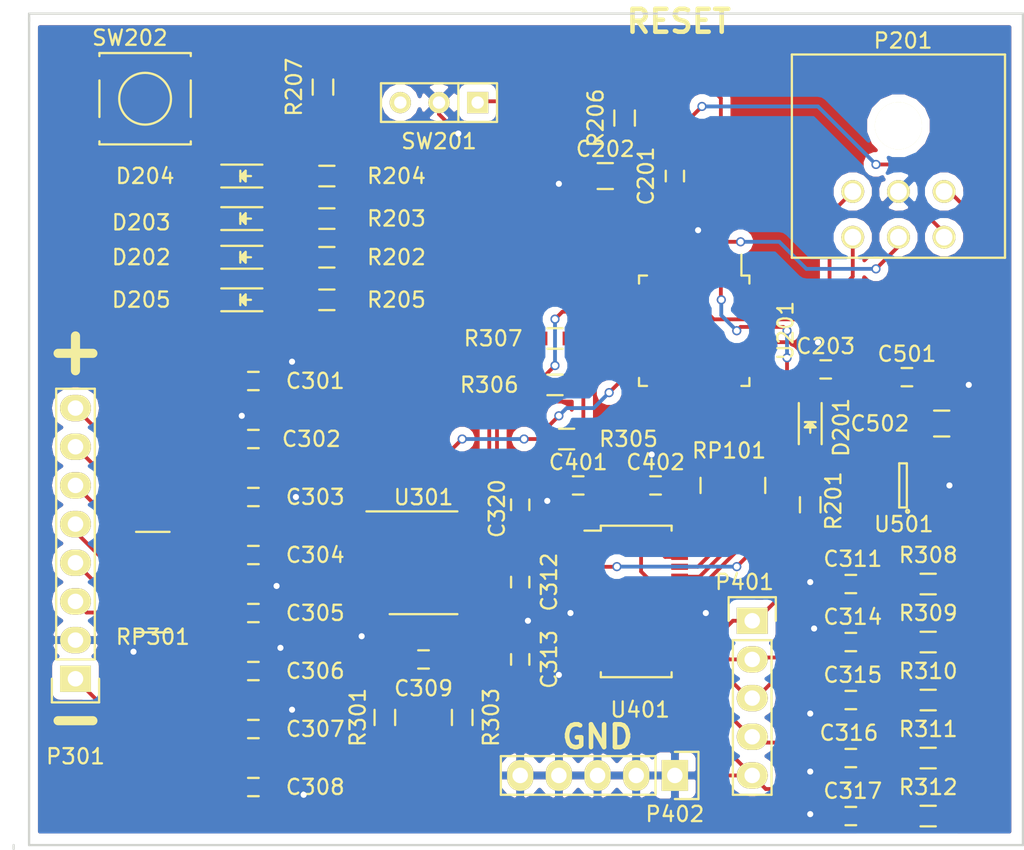
<source format=kicad_pcb>
(kicad_pcb (version 4) (host pcbnew 4.0.0-rc1-stable)
  (layers (0 F.Cu signal) (31 B.Cu signal hide) (34 B.Paste user) (35 F.Paste user) (36 B.SilkS user) (37 F.SilkS user) (38 B.Mask user) (39 F.Mask user) (44 Edge.Cuts user))
  (net 0 "")
  (net 1 GND)
  (net 2 +3V3)
  (net 3 /microcontroller/RXD)
  (net 4 /microcontroller/TXD)
  (net 5 /microcontroller/RESET)
  (net 6 /microcontroller/PROGRAM)
  (net 7 /BatteryMonitoring/ALERT)
  (net 8 /BatteryMonitoring/SDA)
  (net 9 /BatteryMonitoring/SCL)
  (net 10 "Net-(C301-Pad1)")
  (net 11 "Net-(C302-Pad1)")
  (net 12 "Net-(C303-Pad1)")
  (net 13 "Net-(C304-Pad1)")
  (net 14 "Net-(C305-Pad1)")
  (net 15 "Net-(C306-Pad1)")
  (net 16 "Net-(C307-Pad1)")
  (net 17 "Net-(C308-Pad1)")
  (net 18 "Net-(C309-Pad1)")
  (net 19 "Net-(C309-Pad2)")
  (net 20 /ADC/Thermistors/TH1)
  (net 21 /ADC/Thermistors/VCOUT)
  (net 22 /ADC/Thermistors/VIOUT)
  (net 23 /ADC/Thermistors/TH2)
  (net 24 /ADC/Thermistors/TH3)
  (net 25 /ADC/Thermistors/TH4)
  (net 26 /ADC/Thermistors/TH5)
  (net 27 /ADC/Thermistors/VREF)
  (net 28 "Net-(D201-Pad2)")
  (net 29 "Net-(P301-Pad1)")
  (net 30 "Net-(P301-Pad3)")
  (net 31 "Net-(P301-Pad4)")
  (net 32 "Net-(P301-Pad5)")
  (net 33 "Net-(P301-Pad6)")
  (net 34 "Net-(P301-Pad7)")
  (net 35 "Net-(P301-Pad8)")
  (net 36 "Net-(U201-Pad2)")
  (net 37 "Net-(U201-Pad6)")
  (net 38 "Net-(U201-Pad7)")
  (net 39 /ADC/Thermistors/CS)
  (net 40 "Net-(U201-Pad13)")
  (net 41 "Net-(U201-Pad17)")
  (net 42 "Net-(U201-Pad18)")
  (net 43 "Net-(U201-Pad19)")
  (net 44 "Net-(U201-Pad20)")
  (net 45 "Net-(U201-Pad21)")
  (net 46 "Net-(U201-Pad22)")
  (net 47 "Net-(U201-Pad23)")
  (net 48 "Net-(U201-Pad24)")
  (net 49 "Net-(U201-Pad25)")
  (net 50 "Net-(U201-Pad26)")
  (net 51 /ADC/Thermistors/DOUT)
  (net 52 /ADC/Thermistors/DIN)
  (net 53 "Net-(U201-Pad29)")
  (net 54 "Net-(U201-Pad30)")
  (net 55 /microcontroller/SCK)
  (net 56 /ADC/Thermistors/DRDY)
  (net 57 /ADC/Thermistors/START)
  (net 58 "Net-(U201-Pad34)")
  (net 59 "Net-(U201-Pad36)")
  (net 60 "Net-(U201-Pad38)")
  (net 61 "Net-(U201-Pad39)")
  (net 62 "Net-(U201-Pad40)")
  (net 63 "Net-(U201-Pad42)")
  (net 64 "Net-(U201-Pad45)")
  (net 65 "Net-(U201-Pad48)")
  (net 66 "Net-(U401-Pad19)")
  (net 67 "Net-(U401-Pad20)")
  (net 68 "Net-(U301-Pad16)")
  (net 69 "Net-(U401-Pad9)")
  (net 70 "Net-(U401-Pad10)")
  (net 71 /ADC/Thermistors/SCLK)
  (net 72 "Net-(RP101-Pad8)")
  (net 73 "Net-(RP101-Pad9)")
  (net 74 /microcontroller/MOSI)
  (net 75 /microcontroller/MISO)
  (net 76 /microcontroller/DRDY)
  (net 77 /microcontroller/START)
  (net 78 /microcontroller/SSEL)
  (net 79 "Net-(U201-Pad33)")
  (net 80 +5V)
  (net 81 "Net-(D202-Pad2)")
  (net 82 "Net-(D203-Pad2)")
  (net 83 "Net-(D204-Pad2)")
  (net 84 "Net-(D205-Pad2)")
  (net 85 /microcontroller/LED0)
  (net 86 /microcontroller/LED1)
  (net 87 /microcontroller/LED2)
  (net 88 /microcontroller/LED3)
  (net 89 /ADC/Thermistors/RESET)
  (net 90 "Net-(U301-Pad20)")
  (net 91 "Net-(U501-Pad4)")
  (net 92 "Net-(U201-Pad1)")
  (module Capacitors_SMD:C_0603_HandSoldering (layer F.Cu) (at 163.83 99.06 90)
    (fp_text reference C201 (at 0 -1.9 90) (layer F.SilkS))
    (fp_text value .1μF)
    (pad 1 smd rect (at -0.95 0 90) (size 1.2 0.75) (layers F.Cu F.Paste F.Mask) (net 2 +3V3))
    (pad 2 smd rect (at 0.95 0 90) (size 1.2 0.75) (layers F.Cu F.Paste F.Mask) (net 1 GND))
  )
  (module Capacitors_SMD:C_0805_HandSoldering (layer F.Cu) (at 159.258 99.06 180)
    (fp_text reference C202 (at 0 1.778 180) (layer F.SilkS))
    (fp_text value 1μF)
    (pad 1 smd rect (at -1.25 0 180) (size 1.5 1.25) (layers F.Cu F.Paste F.Mask) (net 2 +3V3))
    (pad 2 smd rect (at 1.25 0 180) (size 1.5 1.25) (layers F.Cu F.Paste F.Mask) (net 1 GND))
  )
  (module Capacitors_SMD:C_0603_HandSoldering (layer F.Cu) (at 136.144 112.522)
    (fp_text reference C301 (at 4.064 0) (layer F.SilkS))
    (fp_text value 10μF)
    (pad 1 smd rect (at -0.95 0) (size 1.2 0.75) (layers F.Cu F.Paste F.Mask) (net 10 "Net-(C301-Pad1)"))
    (pad 2 smd rect (at 0.95 0) (size 1.2 0.75) (layers F.Cu F.Paste F.Mask) (net 1 GND))
  )
  (module Capacitors_SMD:C_0603_HandSoldering (layer F.Cu) (at 136.144 116.332)
    (fp_text reference C302 (at 3.81 0) (layer F.SilkS))
    (fp_text value 1μF)
    (pad 1 smd rect (at -0.95 0) (size 1.2 0.75) (layers F.Cu F.Paste F.Mask) (net 11 "Net-(C302-Pad1)"))
    (pad 2 smd rect (at 0.95 0) (size 1.2 0.75) (layers F.Cu F.Paste F.Mask) (net 1 GND))
  )
  (module Capacitors_SMD:C_0603_HandSoldering (layer F.Cu) (at 136.144 120.142)
    (fp_text reference C303 (at 4.064 0) (layer F.SilkS))
    (fp_text value 1μF)
    (pad 1 smd rect (at -0.95 0) (size 1.2 0.75) (layers F.Cu F.Paste F.Mask) (net 12 "Net-(C303-Pad1)"))
    (pad 2 smd rect (at 0.95 0) (size 1.2 0.75) (layers F.Cu F.Paste F.Mask) (net 1 GND))
  )
  (module Capacitors_SMD:C_0603_HandSoldering (layer F.Cu) (at 136.144 123.952)
    (fp_text reference C304 (at 4.064 0) (layer F.SilkS))
    (fp_text value 1μF)
    (pad 1 smd rect (at -0.95 0) (size 1.2 0.75) (layers F.Cu F.Paste F.Mask) (net 13 "Net-(C304-Pad1)"))
    (pad 2 smd rect (at 0.95 0) (size 1.2 0.75) (layers F.Cu F.Paste F.Mask) (net 1 GND))
  )
  (module Capacitors_SMD:C_0603_HandSoldering (layer F.Cu) (at 136.144 127.762)
    (fp_text reference C305 (at 4.064 0) (layer F.SilkS))
    (fp_text value 1μF)
    (pad 1 smd rect (at -0.95 0) (size 1.2 0.75) (layers F.Cu F.Paste F.Mask) (net 14 "Net-(C305-Pad1)"))
    (pad 2 smd rect (at 0.95 0) (size 1.2 0.75) (layers F.Cu F.Paste F.Mask) (net 1 GND))
  )
  (module Capacitors_SMD:C_0603_HandSoldering (layer F.Cu) (at 136.144 131.572)
    (fp_text reference C306 (at 4.064 0) (layer F.SilkS))
    (fp_text value 1μF)
    (pad 1 smd rect (at -0.95 0) (size 1.2 0.75) (layers F.Cu F.Paste F.Mask) (net 15 "Net-(C306-Pad1)"))
    (pad 2 smd rect (at 0.95 0) (size 1.2 0.75) (layers F.Cu F.Paste F.Mask) (net 1 GND))
  )
  (module Capacitors_SMD:C_0603_HandSoldering (layer F.Cu) (at 136.144 135.382)
    (fp_text reference C307 (at 4.064 0) (layer F.SilkS))
    (fp_text value 1μF)
    (pad 1 smd rect (at -0.95 0) (size 1.2 0.75) (layers F.Cu F.Paste F.Mask) (net 16 "Net-(C307-Pad1)"))
    (pad 2 smd rect (at 0.95 0) (size 1.2 0.75) (layers F.Cu F.Paste F.Mask) (net 1 GND))
  )
  (module Capacitors_SMD:C_0603_HandSoldering (layer F.Cu) (at 136.144 139.192)
    (fp_text reference C308 (at 4.064 0) (layer F.SilkS))
    (fp_text value 1μF)
    (pad 1 smd rect (at -0.95 0) (size 1.2 0.75) (layers F.Cu F.Paste F.Mask) (net 17 "Net-(C308-Pad1)"))
    (pad 2 smd rect (at 0.95 0) (size 1.2 0.75) (layers F.Cu F.Paste F.Mask) (net 1 GND))
  )
  (module Capacitors_SMD:C_0603_HandSoldering (layer F.Cu) (at 147.32 130.81 180)
    (fp_text reference C309 (at 0 -1.9 180) (layer F.SilkS))
    (fp_text value .1μF)
    (pad 1 smd rect (at -0.95 0 180) (size 1.2 0.75) (layers F.Cu F.Paste F.Mask) (net 18 "Net-(C309-Pad1)"))
    (pad 2 smd rect (at 0.95 0 180) (size 1.2 0.75) (layers F.Cu F.Paste F.Mask) (net 19 "Net-(C309-Pad2)"))
  )
  (module Capacitors_SMD:C_0603_HandSoldering (layer F.Cu) (at 175.387 125.857 180)
    (fp_text reference C311 (at -0.127 1.651 180) (layer F.SilkS))
    (fp_text value .1μF)
    (pad 1 smd rect (at -0.95 0 180) (size 1.2 0.75) (layers F.Cu F.Paste F.Mask) (net 20 /ADC/Thermistors/TH1))
    (pad 2 smd rect (at 0.95 0 180) (size 1.2 0.75) (layers F.Cu F.Paste F.Mask) (net 1 GND))
  )
  (module Capacitors_SMD:C_0603_HandSoldering (layer F.Cu) (at 153.67 125.73 270)
    (fp_text reference C312 (at 0 -1.9 270) (layer F.SilkS))
    (fp_text value .1μF)
    (pad 1 smd rect (at -0.95 0 270) (size 1.2 0.75) (layers F.Cu F.Paste F.Mask) (net 21 /ADC/Thermistors/VCOUT))
    (pad 2 smd rect (at 0.95 0 270) (size 1.2 0.75) (layers F.Cu F.Paste F.Mask) (net 1 GND))
  )
  (module Capacitors_SMD:C_0603_HandSoldering (layer F.Cu) (at 153.67 130.81 270)
    (fp_text reference C313 (at 0 -1.9 270) (layer F.SilkS))
    (fp_text value 1nF)
    (pad 1 smd rect (at -0.95 0 270) (size 1.2 0.75) (layers F.Cu F.Paste F.Mask) (net 22 /ADC/Thermistors/VIOUT))
    (pad 2 smd rect (at 0.95 0 270) (size 1.2 0.75) (layers F.Cu F.Paste F.Mask) (net 1 GND))
  )
  (module Capacitors_SMD:C_0603_HandSoldering (layer F.Cu) (at 175.387 129.667 180)
    (fp_text reference C314 (at -0.127 1.651 180) (layer F.SilkS))
    (fp_text value .1μF)
    (pad 1 smd rect (at -0.95 0 180) (size 1.2 0.75) (layers F.Cu F.Paste F.Mask) (net 23 /ADC/Thermistors/TH2))
    (pad 2 smd rect (at 0.95 0 180) (size 1.2 0.75) (layers F.Cu F.Paste F.Mask) (net 1 GND))
  )
  (module Capacitors_SMD:C_0603_HandSoldering (layer F.Cu) (at 175.387 133.477 180)
    (fp_text reference C315 (at -0.127 1.651 180) (layer F.SilkS))
    (fp_text value .1μF)
    (pad 1 smd rect (at -0.95 0 180) (size 1.2 0.75) (layers F.Cu F.Paste F.Mask) (net 24 /ADC/Thermistors/TH3))
    (pad 2 smd rect (at 0.95 0 180) (size 1.2 0.75) (layers F.Cu F.Paste F.Mask) (net 1 GND))
  )
  (module Capacitors_SMD:C_0603_HandSoldering (layer F.Cu) (at 175.387 137.287 180)
    (fp_text reference C316 (at 0.127 1.651 180) (layer F.SilkS))
    (fp_text value .1μF)
    (pad 1 smd rect (at -0.95 0 180) (size 1.2 0.75) (layers F.Cu F.Paste F.Mask) (net 25 /ADC/Thermistors/TH4))
    (pad 2 smd rect (at 0.95 0 180) (size 1.2 0.75) (layers F.Cu F.Paste F.Mask) (net 1 GND))
  )
  (module Capacitors_SMD:C_0603_HandSoldering (layer F.Cu) (at 175.387 141.097 180)
    (fp_text reference C317 (at -0.127 1.651 180) (layer F.SilkS))
    (fp_text value .1μF)
    (pad 1 smd rect (at -0.95 0 180) (size 1.2 0.75) (layers F.Cu F.Paste F.Mask) (net 26 /ADC/Thermistors/TH5))
    (pad 2 smd rect (at 0.95 0 180) (size 1.2 0.75) (layers F.Cu F.Paste F.Mask) (net 1 GND))
  )
  (module Capacitors_SMD:C_0603_HandSoldering (layer F.Cu) (at 153.67 120.65 90)
    (fp_text reference C320 (at -0.254 -1.524 90) (layer F.SilkS))
    (fp_text value 1μF)
    (pad 1 smd rect (at -0.95 0 90) (size 1.2 0.75) (layers F.Cu F.Paste F.Mask) (net 27 /ADC/Thermistors/VREF))
    (pad 2 smd rect (at 0.95 0 90) (size 1.2 0.75) (layers F.Cu F.Paste F.Mask) (net 1 GND))
  )
  (module LEDs:LED_0805 (layer F.Cu) (at 172.72 115.57 270)
    (fp_text reference D201 (at 0 -2.032 270) (layer F.SilkS))
    (fp_text value LED)
    (pad 2 smd rect (at 1.04902 0 90) (size 1.19888 1.19888) (layers F.Cu F.Paste F.Mask) (net 28 "Net-(D201-Pad2)"))
    (pad 1 smd rect (at -1.04902 0 90) (size 1.19888 1.19888) (layers F.Cu F.Paste F.Mask) (net 1 GND))
  )
  (module Pin_Headers:Pin_Header_Straight_1x08 (layer F.Cu) (at 124.46 132.08 180)
    (fp_text reference P301 (at 0 -5.1 180) (layer F.SilkS))
    (fp_text value CONN_01X08)
    (pad 1 thru_hole rect (at 0 0 180) (size 2.032 1.7272) (drill 1.016) (layers *.Cu *.Mask F.SilkS) (net 29 "Net-(P301-Pad1)"))
    (pad 2 thru_hole oval (at 0 2.54 180) (size 2.032 1.7272) (drill 1.016) (layers *.Cu *.Mask F.SilkS) (net 1 GND))
    (pad 3 thru_hole oval (at 0 5.08 180) (size 2.032 1.7272) (drill 1.016) (layers *.Cu *.Mask F.SilkS) (net 30 "Net-(P301-Pad3)"))
    (pad 4 thru_hole oval (at 0 7.62 180) (size 2.032 1.7272) (drill 1.016) (layers *.Cu *.Mask F.SilkS) (net 31 "Net-(P301-Pad4)"))
    (pad 5 thru_hole oval (at 0 10.16 180) (size 2.032 1.7272) (drill 1.016) (layers *.Cu *.Mask F.SilkS) (net 32 "Net-(P301-Pad5)"))
    (pad 6 thru_hole oval (at 0 12.7 180) (size 2.032 1.7272) (drill 1.016) (layers *.Cu *.Mask F.SilkS) (net 33 "Net-(P301-Pad6)"))
    (pad 7 thru_hole oval (at 0 15.24 180) (size 2.032 1.7272) (drill 1.016) (layers *.Cu *.Mask F.SilkS) (net 34 "Net-(P301-Pad7)"))
    (pad 8 thru_hole oval (at 0 17.78 180) (size 2.032 1.7272) (drill 1.016) (layers *.Cu *.Mask F.SilkS) (net 35 "Net-(P301-Pad8)"))
  )
  (module Pin_Headers:Pin_Header_Straight_1x05 (layer F.Cu) (at 168.91 128.27)
    (fp_text reference P401 (at -0.508 -2.54) (layer F.SilkS))
    (fp_text value CONN_01X05)
    (pad 1 thru_hole rect (at 0 0) (size 2.032 1.7272) (drill 1.016) (layers *.Cu *.Mask F.SilkS) (net 20 /ADC/Thermistors/TH1))
    (pad 2 thru_hole oval (at 0 2.54) (size 2.032 1.7272) (drill 1.016) (layers *.Cu *.Mask F.SilkS) (net 23 /ADC/Thermistors/TH2))
    (pad 3 thru_hole oval (at 0 5.08) (size 2.032 1.7272) (drill 1.016) (layers *.Cu *.Mask F.SilkS) (net 24 /ADC/Thermistors/TH3))
    (pad 4 thru_hole oval (at 0 7.62) (size 2.032 1.7272) (drill 1.016) (layers *.Cu *.Mask F.SilkS) (net 25 /ADC/Thermistors/TH4))
    (pad 5 thru_hole oval (at 0 10.16) (size 2.032 1.7272) (drill 1.016) (layers *.Cu *.Mask F.SilkS) (net 26 /ADC/Thermistors/TH5))
  )
  (module Pin_Headers:Pin_Header_Straight_1x05 (layer F.Cu) (at 163.83 138.43 270)
    (fp_text reference P402 (at 2.54 0 360) (layer F.SilkS))
    (fp_text value CONN_01X05)
    (pad 1 thru_hole rect (at 0 0 270) (size 2.032 1.7272) (drill 1.016) (layers *.Cu *.Mask F.SilkS) (net 1 GND))
    (pad 2 thru_hole oval (at 0 2.54 270) (size 2.032 1.7272) (drill 1.016) (layers *.Cu *.Mask F.SilkS) (net 1 GND))
    (pad 3 thru_hole oval (at 0 5.08 270) (size 2.032 1.7272) (drill 1.016) (layers *.Cu *.Mask F.SilkS) (net 1 GND))
    (pad 4 thru_hole oval (at 0 7.62 270) (size 2.032 1.7272) (drill 1.016) (layers *.Cu *.Mask F.SilkS) (net 1 GND))
    (pad 5 thru_hole oval (at 0 10.16 270) (size 2.032 1.7272) (drill 1.016) (layers *.Cu *.Mask F.SilkS) (net 1 GND))
  )
  (module Resistors_SMD:R_0603_HandSoldering (layer F.Cu) (at 172.72 120.65 90)
    (fp_text reference R201 (at 0.254 1.524 90) (layer F.SilkS))
    (fp_text value 100)
    (pad 1 smd rect (at -1.1 0 90) (size 1.2 0.9) (layers F.Cu F.Paste F.Mask) (net 2 +3V3))
    (pad 2 smd rect (at 1.1 0 90) (size 1.2 0.9) (layers F.Cu F.Paste F.Mask) (net 28 "Net-(D201-Pad2)"))
  )
  (module Resistors_SMD:R_0603_HandSoldering (layer F.Cu) (at 140.97 104.394 180)
    (fp_text reference R202 (at -4.572 0 180) (layer F.SilkS))
    (fp_text value 100)
    (pad 1 smd rect (at -1.1 0 180) (size 1.2 0.9) (layers F.Cu F.Paste F.Mask) (net 85 /microcontroller/LED0))
    (pad 2 smd rect (at 1.1 0 180) (size 1.2 0.9) (layers F.Cu F.Paste F.Mask) (net 81 "Net-(D202-Pad2)"))
  )
  (module Resistors_SMD:R_0603_HandSoldering (layer F.Cu) (at 140.97 101.854 180)
    (fp_text reference R203 (at -4.572 0 180) (layer F.SilkS))
    (fp_text value 100)
    (pad 1 smd rect (at -1.1 0 180) (size 1.2 0.9) (layers F.Cu F.Paste F.Mask) (net 86 /microcontroller/LED1))
    (pad 2 smd rect (at 1.1 0 180) (size 1.2 0.9) (layers F.Cu F.Paste F.Mask) (net 82 "Net-(D203-Pad2)"))
  )
  (module Resistors_SMD:R_0603_HandSoldering (layer F.Cu) (at 144.78 134.62 270)
    (fp_text reference R301 (at 0 1.778 270) (layer F.SilkS))
    (fp_text value 1k)
    (pad 1 smd rect (at -1.1 0 270) (size 1.2 0.9) (layers F.Cu F.Paste F.Mask) (net 19 "Net-(C309-Pad2)"))
    (pad 2 smd rect (at 1.1 0 270) (size 1.2 0.9) (layers F.Cu F.Paste F.Mask) (net 1 GND))
  )
  (module Resistors_SMD:R_0603_HandSoldering (layer F.Cu) (at 149.86 134.62 270)
    (fp_text reference R303 (at 0 -1.9 270) (layer F.SilkS))
    (fp_text value 1k)
    (pad 1 smd rect (at -1.1 0 270) (size 1.2 0.9) (layers F.Cu F.Paste F.Mask) (net 18 "Net-(C309-Pad1)"))
    (pad 2 smd rect (at 1.1 0 270) (size 1.2 0.9) (layers F.Cu F.Paste F.Mask) (net 29 "Net-(P301-Pad1)"))
  )
  (module Resistors_SMD:R_0603_HandSoldering (layer F.Cu) (at 156.718 116.332 180)
    (fp_text reference R305 (at -4.064 0 180) (layer F.SilkS))
    (fp_text value 4.7k)
    (pad 1 smd rect (at -1.1 0 180) (size 1.2 0.9) (layers F.Cu F.Paste F.Mask) (net 2 +3V3))
    (pad 2 smd rect (at 1.1 0 180) (size 1.2 0.9) (layers F.Cu F.Paste F.Mask) (net 7 /BatteryMonitoring/ALERT))
  )
  (module Resistors_SMD:R_0603_HandSoldering (layer F.Cu) (at 155.956 112.776 180)
    (fp_text reference R306 (at 4.318 0 180) (layer F.SilkS))
    (fp_text value 4.7k)
    (pad 1 smd rect (at -1.1 0 180) (size 1.2 0.9) (layers F.Cu F.Paste F.Mask) (net 2 +3V3))
    (pad 2 smd rect (at 1.1 0 180) (size 1.2 0.9) (layers F.Cu F.Paste F.Mask) (net 8 /BatteryMonitoring/SDA))
  )
  (module Resistors_SMD:R_0603_HandSoldering (layer F.Cu) (at 155.956 109.728 180)
    (fp_text reference R307 (at 4.064 0 180) (layer F.SilkS))
    (fp_text value 4.7k)
    (pad 1 smd rect (at -1.1 0 180) (size 1.2 0.9) (layers F.Cu F.Paste F.Mask) (net 2 +3V3))
    (pad 2 smd rect (at 1.1 0 180) (size 1.2 0.9) (layers F.Cu F.Paste F.Mask) (net 9 /BatteryMonitoring/SCL))
  )
  (module Resistors_SMD:R_0603_HandSoldering (layer F.Cu) (at 180.467 125.857)
    (fp_text reference R308 (at 0 -1.9) (layer F.SilkS))
    (fp_text value 10k)
    (pad 1 smd rect (at -1.1 0) (size 1.2 0.9) (layers F.Cu F.Paste F.Mask) (net 20 /ADC/Thermistors/TH1))
    (pad 2 smd rect (at 1.1 0) (size 1.2 0.9) (layers F.Cu F.Paste F.Mask) (net 2 +3V3))
  )
  (module Resistors_SMD:R_0603_HandSoldering (layer F.Cu) (at 180.467 129.667)
    (fp_text reference R309 (at 0 -1.9) (layer F.SilkS))
    (fp_text value 10k)
    (pad 1 smd rect (at -1.1 0) (size 1.2 0.9) (layers F.Cu F.Paste F.Mask) (net 23 /ADC/Thermistors/TH2))
    (pad 2 smd rect (at 1.1 0) (size 1.2 0.9) (layers F.Cu F.Paste F.Mask) (net 2 +3V3))
  )
  (module Resistors_SMD:R_0603_HandSoldering (layer F.Cu) (at 180.467 133.477)
    (fp_text reference R310 (at 0 -1.9) (layer F.SilkS))
    (fp_text value 10k)
    (pad 1 smd rect (at -1.1 0) (size 1.2 0.9) (layers F.Cu F.Paste F.Mask) (net 24 /ADC/Thermistors/TH3))
    (pad 2 smd rect (at 1.1 0) (size 1.2 0.9) (layers F.Cu F.Paste F.Mask) (net 2 +3V3))
  )
  (module Resistors_SMD:R_0603_HandSoldering (layer F.Cu) (at 180.467 137.287)
    (fp_text reference R311 (at 0 -1.9) (layer F.SilkS))
    (fp_text value 10k)
    (pad 1 smd rect (at -1.1 0) (size 1.2 0.9) (layers F.Cu F.Paste F.Mask) (net 25 /ADC/Thermistors/TH4))
    (pad 2 smd rect (at 1.1 0) (size 1.2 0.9) (layers F.Cu F.Paste F.Mask) (net 2 +3V3))
  )
  (module Resistors_SMD:R_0603_HandSoldering (layer F.Cu) (at 180.467 141.097)
    (fp_text reference R312 (at 0 -1.9) (layer F.SilkS))
    (fp_text value 10k)
    (pad 1 smd rect (at -1.1 0) (size 1.2 0.9) (layers F.Cu F.Paste F.Mask) (net 26 /ADC/Thermistors/TH5))
    (pad 2 smd rect (at 1.1 0) (size 1.2 0.9) (layers F.Cu F.Paste F.Mask) (net 2 +3V3))
  )
  (module Resistors_SMD:R_Cat16-8 (layer F.Cu) (at 129.54 125.73 180)
    (fp_text reference RP301 (at 0 -3.6 180) (layer F.SilkS))
    (fp_text value CAY16-101J8LF)
    (pad 4 smd rect (at 0.762 0.39878 180) (size 0.762 0.4318) (layers F.Cu F.Paste F.Mask) (net 33 "Net-(P301-Pad6)"))
    (pad 13 smd rect (at -0.762 0.39878 180) (size 0.762 0.4318) (layers F.Cu F.Paste F.Mask) (net 13 "Net-(C304-Pad1)"))
    (pad 5 smd rect (at 0.762 -0.39878 180) (size 0.762 0.4318) (layers F.Cu F.Paste F.Mask) (net 32 "Net-(P301-Pad5)"))
    (pad 12 smd rect (at -0.762 -0.39878 180) (size 0.762 0.4318) (layers F.Cu F.Paste F.Mask) (net 14 "Net-(C305-Pad1)"))
    (pad 3 smd rect (at 0.762 1.19888 180) (size 0.762 0.4318) (layers F.Cu F.Paste F.Mask) (net 34 "Net-(P301-Pad7)"))
    (pad 6 smd rect (at 0.762 -1.19888 180) (size 0.762 0.4318) (layers F.Cu F.Paste F.Mask) (net 31 "Net-(P301-Pad4)"))
    (pad 11 smd rect (at -0.762 -1.19888 180) (size 0.762 0.4318) (layers F.Cu F.Paste F.Mask) (net 15 "Net-(C306-Pad1)"))
    (pad 14 smd rect (at -0.762 1.19888 180) (size 0.762 0.4318) (layers F.Cu F.Paste F.Mask) (net 12 "Net-(C303-Pad1)"))
    (pad 7 smd rect (at 0.762 -1.99898 180) (size 0.762 0.4318) (layers F.Cu F.Paste F.Mask) (net 30 "Net-(P301-Pad3)"))
    (pad 8 smd rect (at 0.762 -2.79908 180) (size 0.762 0.4318) (layers F.Cu F.Paste F.Mask) (net 1 GND))
    (pad 1 smd rect (at 0.762 2.79908 180) (size 0.762 0.4318) (layers F.Cu F.Paste F.Mask) (net 35 "Net-(P301-Pad8)"))
    (pad 2 smd rect (at 0.762 1.99898 180) (size 0.762 0.4318) (layers F.Cu F.Paste F.Mask) (net 35 "Net-(P301-Pad8)"))
    (pad 15 smd rect (at -0.762 1.99898 180) (size 0.762 0.4318) (layers F.Cu F.Paste F.Mask) (net 11 "Net-(C302-Pad1)"))
    (pad 16 smd rect (at -0.762 2.79908 180) (size 0.762 0.4318) (layers F.Cu F.Paste F.Mask) (net 10 "Net-(C301-Pad1)"))
    (pad 9 smd rect (at -0.762 -2.79908 180) (size 0.762 0.4318) (layers F.Cu F.Paste F.Mask) (net 17 "Net-(C308-Pad1)"))
    (pad 10 smd rect (at -0.762 -1.99898 180) (size 0.762 0.4318) (layers F.Cu F.Paste F.Mask) (net 16 "Net-(C307-Pad1)"))
  )
  (module Buttons_Switches_ThroughHole:SW_Micro_SPST (layer F.Cu) (at 148.336 94.234 180)
    (fp_text reference SW201 (at 0 -2.54 180) (layer F.SilkS))
    (fp_text value SPST)
    (pad 1 thru_hole rect (at -2.54 0 180) (size 1.397 1.397) (drill 0.8128) (layers *.Cu *.Mask F.SilkS) (net 6 /microcontroller/PROGRAM))
    (pad 2 thru_hole circle (at 0 0 180) (size 1.397 1.397) (drill 0.8128) (layers *.Cu *.Mask F.SilkS) (net 1 GND))
    (pad 3 thru_hole circle (at 2.54 0 180) (size 1.397 1.397) (drill 0.8128) (layers *.Cu *.Mask F.SilkS))
  )
  (module Buttons_Switches_SMD:SW_SPST_EVPBF (layer F.Cu) (at 129.032 93.98)
    (fp_text reference SW202 (at -1 -4) (layer F.SilkS))
    (fp_text value SPST)
    (pad 1 smd rect (at 2.875 -2) (size 2.75 1) (layers F.Cu F.Paste F.Mask) (net 5 /microcontroller/RESET))
    (pad 1 smd rect (at -2.875 -2) (size 2.75 1) (layers F.Cu F.Paste F.Mask) (net 5 /microcontroller/RESET))
    (pad 2 smd rect (at -2.875 2) (size 2.75 1) (layers F.Cu F.Paste F.Mask) (net 1 GND))
    (pad 2 smd rect (at 2.875 2) (size 2.75 1) (layers F.Cu F.Paste F.Mask) (net 1 GND))
  )
  (module Housings_QFP:LQFP-48_7x7mm_Pitch0.5mm (layer F.Cu) (at 165.1 109.22 270)
    (fp_text reference U201 (at 0 -6 270) (layer F.SilkS))
    (fp_text value LPC11C14)
    (pad 1 smd rect (at -4.35 -2.75 270) (size 1.3 0.25) (layers F.Cu F.Paste F.Mask) (net 92 "Net-(U201-Pad1)"))
    (pad 2 smd rect (at -4.35 -2.25 270) (size 1.3 0.25) (layers F.Cu F.Paste F.Mask) (net 36 "Net-(U201-Pad2)"))
    (pad 3 smd rect (at -4.35 -1.75 270) (size 1.3 0.25) (layers F.Cu F.Paste F.Mask) (net 5 /microcontroller/RESET))
    (pad 4 smd rect (at -4.35 -1.25 270) (size 1.3 0.25) (layers F.Cu F.Paste F.Mask) (net 6 /microcontroller/PROGRAM))
    (pad 5 smd rect (at -4.35 -0.75 270) (size 1.3 0.25) (layers F.Cu F.Paste F.Mask) (net 1 GND))
    (pad 6 smd rect (at -4.35 -0.25 270) (size 1.3 0.25) (layers F.Cu F.Paste F.Mask) (net 37 "Net-(U201-Pad6)"))
    (pad 7 smd rect (at -4.35 0.25 270) (size 1.3 0.25) (layers F.Cu F.Paste F.Mask) (net 38 "Net-(U201-Pad7)"))
    (pad 8 smd rect (at -4.35 0.75 270) (size 1.3 0.25) (layers F.Cu F.Paste F.Mask) (net 2 +3V3))
    (pad 9 smd rect (at -4.35 1.25 270) (size 1.3 0.25) (layers F.Cu F.Paste F.Mask) (net 87 /microcontroller/LED2))
    (pad 10 smd rect (at -4.35 1.75 270) (size 1.3 0.25) (layers F.Cu F.Paste F.Mask) (net 78 /microcontroller/SSEL))
    (pad 11 smd rect (at -4.35 2.25 270) (size 1.3 0.25) (layers F.Cu F.Paste F.Mask) (net 86 /microcontroller/LED1))
    (pad 12 smd rect (at -4.35 2.75 270) (size 1.3 0.25) (layers F.Cu F.Paste F.Mask) (net 85 /microcontroller/LED0))
    (pad 13 smd rect (at -2.75 4.35) (size 1.3 0.25) (layers F.Cu F.Paste F.Mask) (net 40 "Net-(U201-Pad13)"))
    (pad 14 smd rect (at -2.25 4.35) (size 1.3 0.25) (layers F.Cu F.Paste F.Mask) (net 88 /microcontroller/LED3))
    (pad 15 smd rect (at -1.75 4.35) (size 1.3 0.25) (layers F.Cu F.Paste F.Mask) (net 9 /BatteryMonitoring/SCL))
    (pad 16 smd rect (at -1.25 4.35) (size 1.3 0.25) (layers F.Cu F.Paste F.Mask) (net 8 /BatteryMonitoring/SDA))
    (pad 17 smd rect (at -0.75 4.35) (size 1.3 0.25) (layers F.Cu F.Paste F.Mask) (net 41 "Net-(U201-Pad17)"))
    (pad 18 smd rect (at -0.25 4.35) (size 1.3 0.25) (layers F.Cu F.Paste F.Mask) (net 42 "Net-(U201-Pad18)"))
    (pad 19 smd rect (at 0.25 4.35) (size 1.3 0.25) (layers F.Cu F.Paste F.Mask) (net 43 "Net-(U201-Pad19)"))
    (pad 20 smd rect (at 0.75 4.35) (size 1.3 0.25) (layers F.Cu F.Paste F.Mask) (net 44 "Net-(U201-Pad20)"))
    (pad 21 smd rect (at 1.25 4.35) (size 1.3 0.25) (layers F.Cu F.Paste F.Mask) (net 45 "Net-(U201-Pad21)"))
    (pad 22 smd rect (at 1.75 4.35) (size 1.3 0.25) (layers F.Cu F.Paste F.Mask) (net 46 "Net-(U201-Pad22)"))
    (pad 23 smd rect (at 2.25 4.35) (size 1.3 0.25) (layers F.Cu F.Paste F.Mask) (net 47 "Net-(U201-Pad23)"))
    (pad 24 smd rect (at 2.75 4.35) (size 1.3 0.25) (layers F.Cu F.Paste F.Mask) (net 48 "Net-(U201-Pad24)"))
    (pad 25 smd rect (at 4.35 2.75 270) (size 1.3 0.25) (layers F.Cu F.Paste F.Mask) (net 49 "Net-(U201-Pad25)"))
    (pad 26 smd rect (at 4.35 2.25 270) (size 1.3 0.25) (layers F.Cu F.Paste F.Mask) (net 50 "Net-(U201-Pad26)"))
    (pad 27 smd rect (at 4.35 1.75 270) (size 1.3 0.25) (layers F.Cu F.Paste F.Mask) (net 75 /microcontroller/MISO))
    (pad 28 smd rect (at 4.35 1.25 270) (size 1.3 0.25) (layers F.Cu F.Paste F.Mask) (net 74 /microcontroller/MOSI))
    (pad 29 smd rect (at 4.35 0.75 270) (size 1.3 0.25) (layers F.Cu F.Paste F.Mask) (net 53 "Net-(U201-Pad29)"))
    (pad 30 smd rect (at 4.35 0.25 270) (size 1.3 0.25) (layers F.Cu F.Paste F.Mask) (net 54 "Net-(U201-Pad30)"))
    (pad 31 smd rect (at 4.35 -0.25 270) (size 1.3 0.25) (layers F.Cu F.Paste F.Mask) (net 55 /microcontroller/SCK))
    (pad 32 smd rect (at 4.35 -0.75 270) (size 1.3 0.25) (layers F.Cu F.Paste F.Mask) (net 76 /microcontroller/DRDY))
    (pad 33 smd rect (at 4.35 -1.25 270) (size 1.3 0.25) (layers F.Cu F.Paste F.Mask) (net 79 "Net-(U201-Pad33)"))
    (pad 34 smd rect (at 4.35 -1.75 270) (size 1.3 0.25) (layers F.Cu F.Paste F.Mask) (net 58 "Net-(U201-Pad34)"))
    (pad 35 smd rect (at 4.35 -2.25 270) (size 1.3 0.25) (layers F.Cu F.Paste F.Mask) (net 7 /BatteryMonitoring/ALERT))
    (pad 36 smd rect (at 4.35 -2.75 270) (size 1.3 0.25) (layers F.Cu F.Paste F.Mask) (net 59 "Net-(U201-Pad36)"))
    (pad 37 smd rect (at 2.75 -4.35) (size 1.3 0.25) (layers F.Cu F.Paste F.Mask) (net 77 /microcontroller/START))
    (pad 38 smd rect (at 2.25 -4.35) (size 1.3 0.25) (layers F.Cu F.Paste F.Mask) (net 60 "Net-(U201-Pad38)"))
    (pad 39 smd rect (at 1.75 -4.35) (size 1.3 0.25) (layers F.Cu F.Paste F.Mask) (net 61 "Net-(U201-Pad39)"))
    (pad 40 smd rect (at 1.25 -4.35) (size 1.3 0.25) (layers F.Cu F.Paste F.Mask) (net 62 "Net-(U201-Pad40)"))
    (pad 41 smd rect (at 0.75 -4.35) (size 1.3 0.25) (layers F.Cu F.Paste F.Mask) (net 1 GND))
    (pad 42 smd rect (at 0.25 -4.35) (size 1.3 0.25) (layers F.Cu F.Paste F.Mask) (net 63 "Net-(U201-Pad42)"))
    (pad 43 smd rect (at -0.25 -4.35) (size 1.3 0.25) (layers F.Cu F.Paste F.Mask) (net 5 /microcontroller/RESET))
    (pad 44 smd rect (at -0.75 -4.35) (size 1.3 0.25) (layers F.Cu F.Paste F.Mask) (net 2 +3V3))
    (pad 45 smd rect (at -1.25 -4.35) (size 1.3 0.25) (layers F.Cu F.Paste F.Mask) (net 64 "Net-(U201-Pad45)"))
    (pad 46 smd rect (at -1.75 -4.35) (size 1.3 0.25) (layers F.Cu F.Paste F.Mask) (net 3 /microcontroller/RXD))
    (pad 47 smd rect (at -2.25 -4.35) (size 1.3 0.25) (layers F.Cu F.Paste F.Mask) (net 4 /microcontroller/TXD))
    (pad 48 smd rect (at -2.75 -4.35) (size 1.3 0.25) (layers F.Cu F.Paste F.Mask) (net 65 "Net-(U201-Pad48)"))
  )
  (module Housings_SSOP:TSSOP-20_4.4x6.5mm_Pitch0.65mm (layer F.Cu) (at 147.32 124.46)
    (fp_text reference U301 (at 0 -4.3) (layer F.SilkS))
    (fp_text value BQ76925)
    (pad 1 smd rect (at -2.95 -2.925) (size 1.45 0.45) (layers F.Cu F.Paste F.Mask) (net 10 "Net-(C301-Pad1)"))
    (pad 2 smd rect (at -2.95 -2.275) (size 1.45 0.45) (layers F.Cu F.Paste F.Mask) (net 10 "Net-(C301-Pad1)"))
    (pad 3 smd rect (at -2.95 -1.625) (size 1.45 0.45) (layers F.Cu F.Paste F.Mask) (net 11 "Net-(C302-Pad1)"))
    (pad 4 smd rect (at -2.95 -0.975) (size 1.45 0.45) (layers F.Cu F.Paste F.Mask) (net 12 "Net-(C303-Pad1)"))
    (pad 5 smd rect (at -2.95 -0.325) (size 1.45 0.45) (layers F.Cu F.Paste F.Mask) (net 13 "Net-(C304-Pad1)"))
    (pad 6 smd rect (at -2.95 0.325) (size 1.45 0.45) (layers F.Cu F.Paste F.Mask) (net 14 "Net-(C305-Pad1)"))
    (pad 7 smd rect (at -2.95 0.975) (size 1.45 0.45) (layers F.Cu F.Paste F.Mask) (net 15 "Net-(C306-Pad1)"))
    (pad 8 smd rect (at -2.95 1.625) (size 1.45 0.45) (layers F.Cu F.Paste F.Mask) (net 16 "Net-(C307-Pad1)"))
    (pad 9 smd rect (at -2.95 2.275) (size 1.45 0.45) (layers F.Cu F.Paste F.Mask) (net 17 "Net-(C308-Pad1)"))
    (pad 10 smd rect (at -2.95 2.925) (size 1.45 0.45) (layers F.Cu F.Paste F.Mask) (net 1 GND))
    (pad 11 smd rect (at 2.95 2.925) (size 1.45 0.45) (layers F.Cu F.Paste F.Mask) (net 19 "Net-(C309-Pad2)"))
    (pad 12 smd rect (at 2.95 2.275) (size 1.45 0.45) (layers F.Cu F.Paste F.Mask) (net 18 "Net-(C309-Pad1)"))
    (pad 13 smd rect (at 2.95 1.625) (size 1.45 0.45) (layers F.Cu F.Paste F.Mask) (net 7 /BatteryMonitoring/ALERT))
    (pad 14 smd rect (at 2.95 0.975) (size 1.45 0.45) (layers F.Cu F.Paste F.Mask) (net 22 /ADC/Thermistors/VIOUT))
    (pad 15 smd rect (at 2.95 0.325) (size 1.45 0.45) (layers F.Cu F.Paste F.Mask) (net 21 /ADC/Thermistors/VCOUT))
    (pad 16 smd rect (at 2.95 -0.325) (size 1.45 0.45) (layers F.Cu F.Paste F.Mask) (net 68 "Net-(U301-Pad16)"))
    (pad 17 smd rect (at 2.95 -0.975) (size 1.45 0.45) (layers F.Cu F.Paste F.Mask) (net 27 /ADC/Thermistors/VREF))
    (pad 18 smd rect (at 2.95 -1.625) (size 1.45 0.45) (layers F.Cu F.Paste F.Mask) (net 8 /BatteryMonitoring/SDA))
    (pad 19 smd rect (at 2.95 -2.275) (size 1.45 0.45) (layers F.Cu F.Paste F.Mask) (net 9 /BatteryMonitoring/SCL))
    (pad 20 smd rect (at 2.95 -2.925) (size 1.45 0.45) (layers F.Cu F.Paste F.Mask) (net 90 "Net-(U301-Pad20)"))
  )
  (module Housings_SSOP:TSSOP-28_4.4x9.7mm_Pitch0.65mm (layer F.Cu) (at 161.29 127)
    (fp_text reference U401 (at 0.254 7.112) (layer F.SilkS))
    (fp_text value ADS1148IPWR)
    (pad 1 smd rect (at -2.85 -4.225) (size 1.1 0.4) (layers F.Cu F.Paste F.Mask) (net 2 +3V3))
    (pad 2 smd rect (at -2.85 -3.575) (size 1.1 0.4) (layers F.Cu F.Paste F.Mask) (net 1 GND))
    (pad 3 smd rect (at -2.85 -2.925) (size 1.1 0.4) (layers F.Cu F.Paste F.Mask) (net 1 GND))
    (pad 4 smd rect (at -2.85 -2.275) (size 1.1 0.4) (layers F.Cu F.Paste F.Mask) (net 89 /ADC/Thermistors/RESET))
    (pad 5 smd rect (at -2.85 -1.625) (size 1.1 0.4) (layers F.Cu F.Paste F.Mask) (net 1 GND))
    (pad 6 smd rect (at -2.85 -0.975) (size 1.1 0.4) (layers F.Cu F.Paste F.Mask) (net 1 GND))
    (pad 7 smd rect (at -2.85 -0.325) (size 1.1 0.4) (layers F.Cu F.Paste F.Mask) (net 27 /ADC/Thermistors/VREF))
    (pad 8 smd rect (at -2.85 0.325) (size 1.1 0.4) (layers F.Cu F.Paste F.Mask) (net 1 GND))
    (pad 9 smd rect (at -2.85 0.975) (size 1.1 0.4) (layers F.Cu F.Paste F.Mask) (net 69 "Net-(U401-Pad9)"))
    (pad 10 smd rect (at -2.85 1.625) (size 1.1 0.4) (layers F.Cu F.Paste F.Mask) (net 70 "Net-(U401-Pad10)"))
    (pad 11 smd rect (at -2.85 2.275) (size 1.1 0.4) (layers F.Cu F.Paste F.Mask) (net 21 /ADC/Thermistors/VCOUT))
    (pad 12 smd rect (at -2.85 2.925) (size 1.1 0.4) (layers F.Cu F.Paste F.Mask) (net 1 GND))
    (pad 13 smd rect (at -2.85 3.575) (size 1.1 0.4) (layers F.Cu F.Paste F.Mask) (net 22 /ADC/Thermistors/VIOUT))
    (pad 14 smd rect (at -2.85 4.225) (size 1.1 0.4) (layers F.Cu F.Paste F.Mask) (net 26 /ADC/Thermistors/TH5))
    (pad 15 smd rect (at 2.85 4.225) (size 1.1 0.4) (layers F.Cu F.Paste F.Mask) (net 25 /ADC/Thermistors/TH4))
    (pad 16 smd rect (at 2.85 3.575) (size 1.1 0.4) (layers F.Cu F.Paste F.Mask) (net 24 /ADC/Thermistors/TH3))
    (pad 17 smd rect (at 2.85 2.925) (size 1.1 0.4) (layers F.Cu F.Paste F.Mask) (net 23 /ADC/Thermistors/TH2))
    (pad 18 smd rect (at 2.85 2.275) (size 1.1 0.4) (layers F.Cu F.Paste F.Mask) (net 20 /ADC/Thermistors/TH1))
    (pad 19 smd rect (at 2.85 1.625) (size 1.1 0.4) (layers F.Cu F.Paste F.Mask) (net 66 "Net-(U401-Pad19)"))
    (pad 20 smd rect (at 2.85 0.975) (size 1.1 0.4) (layers F.Cu F.Paste F.Mask) (net 67 "Net-(U401-Pad20)"))
    (pad 21 smd rect (at 2.85 0.325) (size 1.1 0.4) (layers F.Cu F.Paste F.Mask) (net 1 GND))
    (pad 22 smd rect (at 2.85 -0.325) (size 1.1 0.4) (layers F.Cu F.Paste F.Mask) (net 2 +3V3))
    (pad 23 smd rect (at 2.85 -0.975) (size 1.1 0.4) (layers F.Cu F.Paste F.Mask) (net 57 /ADC/Thermistors/START))
    (pad 24 smd rect (at 2.85 -1.625) (size 1.1 0.4) (layers F.Cu F.Paste F.Mask) (net 39 /ADC/Thermistors/CS))
    (pad 25 smd rect (at 2.85 -2.275) (size 1.1 0.4) (layers F.Cu F.Paste F.Mask) (net 56 /ADC/Thermistors/DRDY))
    (pad 26 smd rect (at 2.85 -2.925) (size 1.1 0.4) (layers F.Cu F.Paste F.Mask) (net 51 /ADC/Thermistors/DOUT))
    (pad 27 smd rect (at 2.85 -3.575) (size 1.1 0.4) (layers F.Cu F.Paste F.Mask) (net 52 /ADC/Thermistors/DIN))
    (pad 28 smd rect (at 2.85 -4.225) (size 1.1 0.4) (layers F.Cu F.Paste F.Mask) (net 71 /ADC/Thermistors/SCLK))
  )
  (module Capacitors_SMD:C_0603_HandSoldering (layer F.Cu) (at 157.48 119.38 180)
    (fp_text reference C401 (at 0 1.524 180) (layer F.SilkS))
    (fp_text value 100nF)
    (pad 1 smd rect (at -0.95 0 180) (size 1.2 0.75) (layers F.Cu F.Paste F.Mask) (net 2 +3V3))
    (pad 2 smd rect (at 0.95 0 180) (size 1.2 0.75) (layers F.Cu F.Paste F.Mask) (net 1 GND))
  )
  (module Capacitors_SMD:C_0603_HandSoldering (layer F.Cu) (at 162.56 119.38)
    (fp_text reference C402 (at 0 -1.524) (layer F.SilkS))
    (fp_text value 100nF)
    (pad 1 smd rect (at -0.95 0) (size 1.2 0.75) (layers F.Cu F.Paste F.Mask) (net 2 +3V3))
    (pad 2 smd rect (at 0.95 0) (size 1.2 0.75) (layers F.Cu F.Paste F.Mask) (net 1 GND))
  )
  (module Resistors_SMD:R_Array_Convex_8x0602 (layer F.Cu) (at 167.64 119.38 90)
    (fp_text reference RP101 (at 2.286 -0.254 180) (layer F.SilkS))
    (fp_text value 47Ω)
    (pad 1 smd rect (at -0.9 -1.75 90) (size 0.8 0.3) (layers F.Cu F.Paste F.Mask) (net 51 /ADC/Thermistors/DOUT))
    (pad 16 smd rect (at 0.9 -1.75 90) (size 0.8 0.3) (layers F.Cu F.Paste F.Mask) (net 75 /microcontroller/MISO))
    (pad 8 smd rect (at -0.9 1.75 90) (size 0.8 0.3) (layers F.Cu F.Paste F.Mask) (net 72 "Net-(RP101-Pad8)"))
    (pad 9 smd rect (at 0.9 1.75 90) (size 0.8 0.3) (layers F.Cu F.Paste F.Mask) (net 73 "Net-(RP101-Pad9)"))
    (pad 2 smd rect (at -0.9 -1.25 90) (size 0.8 0.3) (layers F.Cu F.Paste F.Mask) (net 52 /ADC/Thermistors/DIN))
    (pad 3 smd rect (at -0.9 -0.75 90) (size 0.8 0.3) (layers F.Cu F.Paste F.Mask) (net 71 /ADC/Thermistors/SCLK))
    (pad 4 smd rect (at -0.9 -0.25 90) (size 0.8 0.3) (layers F.Cu F.Paste F.Mask) (net 56 /ADC/Thermistors/DRDY))
    (pad 5 smd rect (at -0.9 0.25 90) (size 0.8 0.3) (layers F.Cu F.Paste F.Mask) (net 39 /ADC/Thermistors/CS))
    (pad 6 smd rect (at -0.9 0.75 90) (size 0.8 0.3) (layers F.Cu F.Paste F.Mask) (net 57 /ADC/Thermistors/START))
    (pad 7 smd rect (at -0.9 1.25 90) (size 0.8 0.3) (layers F.Cu F.Paste F.Mask) (net 89 /ADC/Thermistors/RESET))
    (pad 15 smd rect (at 0.9 -1.25 90) (size 0.8 0.3) (layers F.Cu F.Paste F.Mask) (net 74 /microcontroller/MOSI))
    (pad 14 smd rect (at 0.9 -0.75 90) (size 0.8 0.3) (layers F.Cu F.Paste F.Mask) (net 55 /microcontroller/SCK))
    (pad 13 smd rect (at 0.9 -0.25 90) (size 0.8 0.3) (layers F.Cu F.Paste F.Mask) (net 76 /microcontroller/DRDY))
    (pad 11 smd rect (at 0.9 0.75 90) (size 0.8 0.3) (layers F.Cu F.Paste F.Mask) (net 77 /microcontroller/START))
    (pad 12 smd rect (at 0.9 0.25 90) (size 0.8 0.3) (layers F.Cu F.Paste F.Mask) (net 78 /microcontroller/SSEL))
    (pad 10 smd rect (at 0.9 1.25 90) (size 0.8 0.3) (layers F.Cu F.Paste F.Mask) (net 5 /microcontroller/RESET))
  )
  (module Capacitors_SMD:C_0603_HandSoldering (layer F.Cu) (at 173.736 111.76)
    (fp_text reference C203 (at 0 -1.524) (layer F.SilkS))
    (fp_text value .1μF)
    (pad 1 smd rect (at -0.95 0) (size 1.2 0.75) (layers F.Cu F.Paste F.Mask) (net 1 GND))
    (pad 2 smd rect (at 0.95 0) (size 1.2 0.75) (layers F.Cu F.Paste F.Mask) (net 2 +3V3))
  )
  (module Capacitors_SMD:C_0603_HandSoldering (layer F.Cu) (at 179.07 112.268 180)
    (fp_text reference C501 (at 0 1.524 180) (layer F.SilkS))
    (fp_text value .1μF)
    (pad 1 smd rect (at -0.95 0 180) (size 1.2 0.75) (layers F.Cu F.Paste F.Mask) (net 80 +5V))
    (pad 2 smd rect (at 0.95 0 180) (size 1.2 0.75) (layers F.Cu F.Paste F.Mask) (net 1 GND))
  )
  (module Capacitors_SMD:C_0805_HandSoldering (layer F.Cu) (at 181.356 115.316)
    (fp_text reference C502 (at -4.064 0) (layer F.SilkS))
    (fp_text value 10μF)
    (pad 1 smd rect (at -1.25 0) (size 1.5 1.25) (layers F.Cu F.Paste F.Mask) (net 80 +5V))
    (pad 2 smd rect (at 1.25 0) (size 1.5 1.25) (layers F.Cu F.Paste F.Mask) (net 1 GND))
  )
  (module LEDs:LED_0805 (layer F.Cu) (at 135.636 104.394)
    (fp_text reference D202 (at -6.858 0) (layer F.SilkS))
    (fp_text value LED)
    (pad 2 smd rect (at 1.04902 0 180) (size 1.19888 1.19888) (layers F.Cu F.Paste F.Mask) (net 81 "Net-(D202-Pad2)"))
    (pad 1 smd rect (at -1.04902 0 180) (size 1.19888 1.19888) (layers F.Cu F.Paste F.Mask) (net 1 GND))
  )
  (module LEDs:LED_0805 (layer F.Cu) (at 135.636 101.854)
    (fp_text reference D203 (at -6.858 0.254) (layer F.SilkS))
    (fp_text value LED)
    (pad 2 smd rect (at 1.04902 0 180) (size 1.19888 1.19888) (layers F.Cu F.Paste F.Mask) (net 82 "Net-(D203-Pad2)"))
    (pad 1 smd rect (at -1.04902 0 180) (size 1.19888 1.19888) (layers F.Cu F.Paste F.Mask) (net 1 GND))
  )
  (module LEDs:LED_0805 (layer F.Cu) (at 135.636 99.06)
    (fp_text reference D204 (at -6.604 0) (layer F.SilkS))
    (fp_text value LED)
    (pad 2 smd rect (at 1.04902 0 180) (size 1.19888 1.19888) (layers F.Cu F.Paste F.Mask) (net 83 "Net-(D204-Pad2)"))
    (pad 1 smd rect (at -1.04902 0 180) (size 1.19888 1.19888) (layers F.Cu F.Paste F.Mask) (net 1 GND))
  )
  (module LEDs:LED_0805 (layer F.Cu) (at 135.636 107.188)
    (fp_text reference D205 (at -6.858 0) (layer F.SilkS))
    (fp_text value LED)
    (pad 2 smd rect (at 1.04902 0 180) (size 1.19888 1.19888) (layers F.Cu F.Paste F.Mask) (net 84 "Net-(D205-Pad2)"))
    (pad 1 smd rect (at -1.04902 0 180) (size 1.19888 1.19888) (layers F.Cu F.Paste F.Mask) (net 1 GND))
  )
  (module Resistors_SMD:R_0603_HandSoldering (layer F.Cu) (at 140.97 99.06 180)
    (fp_text reference R204 (at -4.572 0 180) (layer F.SilkS))
    (fp_text value 100)
    (pad 1 smd rect (at -1.1 0 180) (size 1.2 0.9) (layers F.Cu F.Paste F.Mask) (net 87 /microcontroller/LED2))
    (pad 2 smd rect (at 1.1 0 180) (size 1.2 0.9) (layers F.Cu F.Paste F.Mask) (net 83 "Net-(D204-Pad2)"))
  )
  (module Resistors_SMD:R_0603_HandSoldering (layer F.Cu) (at 140.97 107.188 180)
    (fp_text reference R205 (at -4.572 0 180) (layer F.SilkS))
    (fp_text value 100)
    (pad 1 smd rect (at -1.1 0 180) (size 1.2 0.9) (layers F.Cu F.Paste F.Mask) (net 88 /microcontroller/LED3))
    (pad 2 smd rect (at 1.1 0 180) (size 1.2 0.9) (layers F.Cu F.Paste F.Mask) (net 84 "Net-(D205-Pad2)"))
  )
  (module Resistors_SMD:R_0603_HandSoldering (layer F.Cu) (at 160.528 95.25 90)
    (fp_text reference R206 (at 0 -1.9 90) (layer F.SilkS))
    (fp_text value 10k)
    (pad 1 smd rect (at -1.1 0 90) (size 1.2 0.9) (layers F.Cu F.Paste F.Mask) (net 2 +3V3))
    (pad 2 smd rect (at 1.1 0 90) (size 1.2 0.9) (layers F.Cu F.Paste F.Mask) (net 6 /microcontroller/PROGRAM))
  )
  (module Resistors_SMD:R_0603_HandSoldering (layer F.Cu) (at 140.716 93.218 90)
    (fp_text reference R207 (at 0 -1.9 90) (layer F.SilkS))
    (fp_text value 10k)
    (pad 1 smd rect (at -1.1 0 90) (size 1.2 0.9) (layers F.Cu F.Paste F.Mask) (net 2 +3V3))
    (pad 2 smd rect (at 1.1 0 90) (size 1.2 0.9) (layers F.Cu F.Paste F.Mask) (net 5 /microcontroller/RESET))
  )
  (module TO_SOT_Packages_SMD:SOT-23-5 (layer F.Cu) (at 178.816 119.38 180)
    (fp_text reference U501 (at -0.05 -2.55 180) (layer F.SilkS))
    (fp_text value MCP1755)
    (pad 1 smd rect (at -1.1 -0.95 180) (size 1.06 0.65) (layers F.Cu F.Paste F.Mask) (net 80 +5V))
    (pad 2 smd rect (at -1.1 0 180) (size 1.06 0.65) (layers F.Cu F.Paste F.Mask) (net 1 GND))
    (pad 3 smd rect (at -1.1 0.95 180) (size 1.06 0.65) (layers F.Cu F.Paste F.Mask) (net 80 +5V))
    (pad 4 smd rect (at 1.1 0.95 180) (size 1.06 0.65) (layers F.Cu F.Paste F.Mask) (net 91 "Net-(U501-Pad4)"))
    (pad 5 smd rect (at 1.1 -0.95 180) (size 1.06 0.65) (layers F.Cu F.Paste F.Mask) (net 2 +3V3))
  )
  (module Connectors_Molex:Molex_Microfit3_Header_02x03_Angled_43045-060x (layer F.Cu) (at 175.514 100.076 180)
    (fp_text reference P201 (at -3.302 9.906 180) (layer F.SilkS))
    (fp_text value CONN_02X03)
    (pad 1 thru_hole circle (at 0 0 180) (size 1.5 1.5) (drill 1.1) (layers *.Cu *.Mask F.SilkS) (net 4 /microcontroller/TXD))
    (pad 4 thru_hole circle (at 0 -3 180) (size 1.5 1.5) (drill 1.1) (layers *.Cu *.Mask F.SilkS) (net 3 /microcontroller/RXD))
    (pad 5 thru_hole circle (at -3 -3 180) (size 1.5 1.5) (drill 1.1) (layers *.Cu *.Mask F.SilkS) (net 5 /microcontroller/RESET))
    (pad 2 thru_hole circle (at -3 0 180) (size 1.5 1.5) (drill 1.1) (layers *.Cu *.Mask F.SilkS) (net 1 GND))
    (pad 6 thru_hole circle (at -6 -3 180) (size 1.5 1.5) (drill 1.1) (layers *.Cu *.Mask F.SilkS) (net 6 /microcontroller/PROGRAM))
    (pad 3 thru_hole circle (at -6 0 180) (size 1.5 1.5) (drill 1.1) (layers *.Cu *.Mask F.SilkS) (net 80 +5V))
    (pad "" np_thru_hole circle (at -3 4.32 180) (size 3.1 3.1) (drill 3.1) (layers *.Cu *.Mask F.SilkS))
  )
  (gr_line (start 121.412 88.392) (end 121.412 88.9) (angle 90) (layer Edge.Cuts) (width 0.15))
  (gr_line (start 186.69 88.392) (end 121.412 88.392) (angle 90) (layer Edge.Cuts) (width 0.15))
  (gr_line (start 186.69 143.002) (end 186.69 88.392) (angle 90) (layer Edge.Cuts) (width 0.15))
  (gr_line (start 121.412 143.002) (end 186.69 143.002) (angle 90) (layer Edge.Cuts) (width 0.15))
  (gr_line (start 121.412 88.646) (end 121.412 143.002) (angle 90) (layer Edge.Cuts) (width 0.15))
  (gr_line (start 120.396 143.256) (end 120.396 143.002) (angle 90) (layer Edge.Cuts) (width 0.15))
  (gr_text - (at 124.46 134.62) (layer F.SilkS) (effects (font (size 3 3) (thickness 0.6))))
  (gr_text + (at 124.46 110.49) (layer F.SilkS) (effects (font (size 3 3) (thickness 0.6))))
  (gr_text GND (at 158.75 135.89) (layer F.SilkS) (effects (font (size 1.5 1.5) (thickness 0.3))))
  (gr_text RESET (at 164.084 88.9) (layer F.SilkS) (effects (font (size 1.5 1.5) (thickness 0.3))))
  (segment (start 158.44 125.375) (end 157.379 125.375) (width 0.25) (layer F.Cu) (net 1))
  (segment (start 157.226 125.222) (end 157.226 123.425) (width 0.25) (layer F.Cu) (net 1))
  (segment (start 157.379 125.375) (end 157.226 125.222) (width 0.25) (layer F.Cu) (net 1))
  (segment (start 158.44 126.025) (end 158.44 125.375) (width 0.25) (layer F.Cu) (net 1))
  (segment (start 158.44 124.075) (end 158.44 123.425) (width 0.25) (layer F.Cu) (net 1))
  (segment (start 148.336 94.234) (end 148.336 94.996) (width 0.25) (layer F.Cu) (net 1))
  (via (at 149.606 96.266) (size 0.6) (drill 0.4) (layers F.Cu B.Cu) (net 1))
  (segment (start 148.336 94.996) (end 149.606 96.266) (width 0.25) (layer F.Cu) (net 1))
  (segment (start 182.606 115.316) (end 182.606 113.304) (width 0.25) (layer F.Cu) (net 1))
  (via (at 183.134 112.776) (size 0.6) (drill 0.4) (layers F.Cu B.Cu) (net 1))
  (segment (start 182.606 113.304) (end 183.134 112.776) (width 0.25) (layer F.Cu) (net 1))
  (segment (start 158.008 99.06) (end 156.718 99.06) (width 0.25) (layer F.Cu) (net 1))
  (via (at 156.21 99.568) (size 0.6) (drill 0.4) (layers F.Cu B.Cu) (net 1))
  (segment (start 156.718 99.06) (end 156.21 99.568) (width 0.25) (layer F.Cu) (net 1))
  (segment (start 165.85 104.87) (end 165.85 103.874) (width 0.25) (layer F.Cu) (net 1))
  (segment (start 165.85 103.874) (end 165.354 102.616) (width 0.25) (layer F.Cu) (net 1))
  (via (at 165.354 102.616) (size 0.6) (drill 0.4) (layers F.Cu B.Cu) (net 1))
  (segment (start 169.45 109.97) (end 170.676 109.97) (width 0.25) (layer F.Cu) (net 1))
  (via (at 173.228 109.982) (size 0.6) (drill 0.4) (layers F.Cu B.Cu) (net 1))
  (segment (start 170.676 109.97) (end 173.228 109.982) (width 0.25) (layer F.Cu) (net 1))
  (segment (start 179.916 119.38) (end 181.864 119.38) (width 0.25) (layer F.Cu) (net 1))
  (via (at 181.864 119.38) (size 0.6) (drill 0.4) (layers F.Cu B.Cu) (net 1))
  (segment (start 158.44 129.925) (end 156.341 129.925) (width 0.25) (layer F.Cu) (net 1))
  (segment (start 156.341 129.925) (end 155.956 129.54) (width 0.25) (layer F.Cu) (net 1))
  (segment (start 153.67 131.76) (end 156.144 131.76) (width 0.25) (layer F.Cu) (net 1))
  (via (at 156.21 131.826) (size 0.6) (drill 0.4) (layers F.Cu B.Cu) (net 1))
  (segment (start 156.144 131.76) (end 156.21 131.826) (width 0.25) (layer F.Cu) (net 1))
  (segment (start 163.51 119.38) (end 163.51 118.552) (width 0.25) (layer F.Cu) (net 1))
  (via (at 162.306 117.348) (size 0.6) (drill 0.4) (layers F.Cu B.Cu) (net 1))
  (segment (start 163.51 118.552) (end 162.306 117.348) (width 0.25) (layer F.Cu) (net 1))
  (segment (start 158.44 123.425) (end 157.226 123.425) (width 0.25) (layer F.Cu) (net 1))
  (segment (start 157.226 123.425) (end 157.207 123.425) (width 0.25) (layer F.Cu) (net 1))
  (segment (start 157.207 123.425) (end 155.448 121.666) (width 0.25) (layer F.Cu) (net 1))
  (segment (start 155.448 121.666) (end 155.448 120.396) (width 0.25) (layer F.Cu) (net 1))
  (segment (start 154.752 119.7) (end 155.448 120.396) (width 0.25) (layer F.Cu) (net 1))
  (via (at 155.448 120.396) (size 0.6) (drill 0.4) (layers F.Cu B.Cu) (net 1))
  (segment (start 154.752 119.7) (end 153.67 119.7) (width 0.25) (layer F.Cu) (net 1))
  (segment (start 164.14 127.325) (end 165.425 127.325) (width 0.25) (layer F.Cu) (net 1))
  (via (at 165.862 127.762) (size 0.6) (drill 0.4) (layers F.Cu B.Cu) (net 1))
  (segment (start 165.425 127.325) (end 165.862 127.762) (width 0.25) (layer F.Cu) (net 1))
  (segment (start 158.44 127.325) (end 157.409 127.325) (width 0.25) (layer F.Cu) (net 1))
  (via (at 156.972 127.762) (size 0.6) (drill 0.4) (layers F.Cu B.Cu) (net 1))
  (segment (start 157.226 127.762) (end 156.972 127.762) (width 0.25) (layer F.Cu) (net 1))
  (segment (start 157.409 127.325) (end 157.226 127.762) (width 0.25) (layer F.Cu) (net 1))
  (via (at 128.27 130.302) (size 0.6) (drill 0.4) (layers F.Cu B.Cu) (net 1))
  (segment (start 128.27 130.302) (end 128.778 129.794) (width 0.25) (layer F.Cu) (net 1))
  (segment (start 128.778 129.794) (end 128.778 128.52908) (width 0.25) (layer F.Cu) (net 1))
  (segment (start 137.094 127.762) (end 137.094 126.558) (width 0.25) (layer F.Cu) (net 1))
  (segment (start 137.094 125.41) (end 137.668 125.984) (width 0.25) (layer F.Cu) (net 1))
  (via (at 137.668 125.984) (size 0.6) (drill 0.4) (layers F.Cu B.Cu) (net 1))
  (segment (start 137.094 125.41) (end 137.094 123.952) (width 0.25) (layer F.Cu) (net 1))
  (segment (start 137.094 126.558) (end 137.668 125.984) (width 0.25) (layer F.Cu) (net 1))
  (segment (start 153.67 126.68) (end 153.67 127.762) (width 0.25) (layer F.Cu) (net 1))
  (via (at 154.178 128.27) (size 0.6) (drill 0.4) (layers F.Cu B.Cu) (net 1))
  (segment (start 153.67 127.762) (end 154.178 128.27) (width 0.25) (layer F.Cu) (net 1))
  (segment (start 174.437 125.857) (end 172.847 125.857) (width 0.25) (layer F.Cu) (net 1))
  (via (at 172.72 125.73) (size 0.6) (drill 0.4) (layers F.Cu B.Cu) (net 1))
  (segment (start 172.847 125.857) (end 172.72 125.73) (width 0.25) (layer F.Cu) (net 1))
  (segment (start 174.437 129.667) (end 173.863 129.667) (width 0.25) (layer F.Cu) (net 1))
  (segment (start 173.863 129.667) (end 172.974 128.778) (width 0.25) (layer F.Cu) (net 1))
  (via (at 172.974 128.778) (size 0.6) (drill 0.4) (layers F.Cu B.Cu) (net 1))
  (segment (start 174.437 141.097) (end 172.847 141.097) (width 0.25) (layer F.Cu) (net 1))
  (via (at 172.72 140.97) (size 0.6) (drill 0.4) (layers F.Cu B.Cu) (net 1))
  (segment (start 172.847 141.097) (end 172.72 140.97) (width 0.25) (layer F.Cu) (net 1))
  (segment (start 174.437 137.287) (end 173.609 137.287) (width 0.25) (layer F.Cu) (net 1))
  (via (at 172.72 138.176) (size 0.6) (drill 0.4) (layers F.Cu B.Cu) (net 1))
  (segment (start 173.609 137.287) (end 172.72 138.176) (width 0.25) (layer F.Cu) (net 1))
  (segment (start 174.437 133.477) (end 173.609 133.477) (width 0.25) (layer F.Cu) (net 1))
  (via (at 172.72 134.366) (size 0.6) (drill 0.4) (layers F.Cu B.Cu) (net 1))
  (segment (start 173.609 133.477) (end 172.72 134.366) (width 0.25) (layer F.Cu) (net 1))
  (segment (start 137.094 112.522) (end 137.414 112.522) (width 0.25) (layer F.Cu) (net 1))
  (segment (start 137.414 112.522) (end 138.684 111.252) (width 0.25) (layer F.Cu) (net 1))
  (via (at 138.684 111.252) (size 0.6) (drill 0.4) (layers F.Cu B.Cu) (net 1))
  (segment (start 137.094 139.192) (end 138.938 139.192) (width 0.25) (layer F.Cu) (net 1))
  (via (at 139.446 139.7) (size 0.6) (drill 0.4) (layers F.Cu B.Cu) (net 1))
  (segment (start 138.938 139.192) (end 139.446 139.7) (width 0.25) (layer F.Cu) (net 1))
  (segment (start 144.37 127.385) (end 144.37 128.172) (width 0.25) (layer F.Cu) (net 1))
  (via (at 143.256 129.286) (size 0.6) (drill 0.4) (layers F.Cu B.Cu) (net 1))
  (segment (start 144.37 128.172) (end 143.256 129.286) (width 0.25) (layer F.Cu) (net 1))
  (segment (start 137.094 135.382) (end 137.414 135.382) (width 0.25) (layer F.Cu) (net 1))
  (segment (start 137.414 135.382) (end 138.684 134.112) (width 0.25) (layer F.Cu) (net 1))
  (via (at 138.684 134.112) (size 0.6) (drill 0.4) (layers F.Cu B.Cu) (net 1))
  (segment (start 138.684 134.112) (end 138.684 134.366) (width 0.25) (layer B.Cu) (net 1))
  (segment (start 137.094 131.572) (end 137.094 130.876) (width 0.25) (layer F.Cu) (net 1))
  (via (at 137.922 130.048) (size 0.6) (drill 0.4) (layers F.Cu B.Cu) (net 1))
  (segment (start 137.094 130.876) (end 137.922 130.048) (width 0.25) (layer F.Cu) (net 1))
  (segment (start 137.094 120.142) (end 138.938 120.142) (width 0.25) (layer F.Cu) (net 1))
  (via (at 138.938 120.142) (size 0.6) (drill 0.4) (layers F.Cu B.Cu) (net 1))
  (segment (start 137.094 116.332) (end 137.094 115.504) (width 0.25) (layer F.Cu) (net 1))
  (via (at 135.382 114.808) (size 0.6) (drill 0.4) (layers F.Cu B.Cu) (net 1))
  (segment (start 136.398 114.808) (end 135.382 114.808) (width 0.25) (layer F.Cu) (net 1))
  (segment (start 137.094 115.504) (end 136.398 114.808) (width 0.25) (layer F.Cu) (net 1))
  (segment (start 158.375 129.86) (end 158.44 129.925) (width 0.25) (layer F.Cu) (net 1))
  (segment (start 157.056 112.776) (end 157.056 109.728) (width 0.25) (layer F.Cu) (net 2))
  (segment (start 157.818 116.332) (end 157.818 113.538) (width 0.25) (layer F.Cu) (net 2))
  (segment (start 157.818 113.538) (end 157.056 112.776) (width 0.25) (layer F.Cu) (net 2))
  (segment (start 158.43 119.38) (end 158.43 116.944) (width 0.25) (layer F.Cu) (net 2))
  (segment (start 158.43 116.944) (end 157.818 116.332) (width 0.25) (layer F.Cu) (net 2))
  (segment (start 161.61 119.38) (end 158.43 119.38) (width 0.25) (layer F.Cu) (net 2))
  (segment (start 177.716 120.33) (end 177.716 121.75) (width 0.25) (layer F.Cu) (net 2))
  (segment (start 177.716 121.75) (end 172.72 121.75) (width 0.25) (layer F.Cu) (net 2))
  (segment (start 175.702 120.33) (end 174.686 119.314) (width 0.25) (layer F.Cu) (net 2))
  (segment (start 174.686 111.76) (end 174.686 119.314) (width 0.25) (layer F.Cu) (net 2))
  (segment (start 160.528 96.35) (end 156.634 96.35) (width 0.25) (layer F.Cu) (net 2))
  (segment (start 143.934 97.536) (end 140.716 94.318) (width 0.25) (layer F.Cu) (net 2))
  (segment (start 155.448 97.536) (end 143.934 97.536) (width 0.25) (layer F.Cu) (net 2))
  (segment (start 156.634 96.35) (end 155.448 97.536) (width 0.25) (layer F.Cu) (net 2))
  (segment (start 160.528 99.08) (end 160.528 96.35) (width 0.25) (layer F.Cu) (net 2))
  (segment (start 163.83 100.01) (end 161.458 100.01) (width 0.25) (layer F.Cu) (net 2))
  (segment (start 161.458 100.01) (end 160.508 99.06) (width 0.25) (layer F.Cu) (net 2))
  (segment (start 164.35 104.87) (end 164.35 100.53) (width 0.25) (layer F.Cu) (net 2))
  (segment (start 164.35 100.53) (end 163.83 100.01) (width 0.25) (layer F.Cu) (net 2))
  (segment (start 160.594 99.146) (end 160.528 99.08) (width 0.25) (layer F.Cu) (net 2))
  (segment (start 160.528 96.35) (end 160.274 96.096) (width 0.25) (layer F.Cu) (net 2))
  (segment (start 169.45 108.47) (end 166.382 108.47) (width 0.25) (layer F.Cu) (net 2))
  (segment (start 174.686 109.662) (end 173.494 108.47) (width 0.25) (layer F.Cu) (net 2))
  (segment (start 173.494 108.47) (end 169.45 108.47) (width 0.25) (layer F.Cu) (net 2))
  (segment (start 174.686 111.76) (end 174.686 109.662) (width 0.25) (layer F.Cu) (net 2))
  (segment (start 166.382 108.47) (end 164.35 106.438) (width 0.25) (layer F.Cu) (net 2))
  (segment (start 164.35 106.438) (end 164.35 104.87) (width 0.25) (layer F.Cu) (net 2))
  (segment (start 177.716 120.33) (end 175.702 120.33) (width 0.25) (layer F.Cu) (net 2))
  (segment (start 172.72 124.135) (end 172.72 121.75) (width 0.25) (layer F.Cu) (net 2))
  (segment (start 161.61 119.38) (end 161.61 125.034) (width 0.25) (layer F.Cu) (net 2))
  (segment (start 163.251 126.675) (end 164.14 126.675) (width 0.25) (layer F.Cu) (net 2))
  (segment (start 161.61 125.034) (end 163.251 126.675) (width 0.25) (layer F.Cu) (net 2))
  (segment (start 158.43 119.38) (end 158.43 122.765) (width 0.25) (layer F.Cu) (net 2))
  (segment (start 158.43 122.765) (end 158.44 122.775) (width 0.25) (layer F.Cu) (net 2))
  (segment (start 164.14 126.675) (end 168.148 126.675) (width 0.25) (layer F.Cu) (net 2))
  (segment (start 168.148 126.675) (end 170.688 124.135) (width 0.25) (layer F.Cu) (net 2))
  (segment (start 170.688 124.135) (end 172.72 124.135) (width 0.25) (layer F.Cu) (net 2))
  (segment (start 172.72 124.135) (end 178.816 124.135) (width 0.25) (layer F.Cu) (net 2))
  (segment (start 179.845 124.135) (end 181.567 125.857) (width 0.25) (layer F.Cu) (net 2))
  (segment (start 179.761 124.135) (end 179.845 124.135) (width 0.25) (layer F.Cu) (net 2))
  (segment (start 181.567 141.097) (end 181.567 137.287) (width 0.25) (layer F.Cu) (net 2))
  (segment (start 181.567 137.287) (end 181.567 133.477) (width 0.25) (layer F.Cu) (net 2))
  (segment (start 181.567 133.477) (end 181.567 129.667) (width 0.25) (layer F.Cu) (net 2))
  (segment (start 181.567 129.667) (end 181.567 125.857) (width 0.25) (layer F.Cu) (net 2))
  (segment (start 178.816 124.135) (end 179.761 124.135) (width 0.25) (layer F.Cu) (net 2))
  (segment (start 175.514 103.076) (end 175.514 105.664) (width 0.25) (layer F.Cu) (net 3))
  (segment (start 173.708 107.47) (end 169.45 107.47) (width 0.25) (layer F.Cu) (net 3))
  (segment (start 175.514 105.664) (end 173.708 107.47) (width 0.25) (layer F.Cu) (net 3))
  (segment (start 175.514 100.076) (end 173.99 101.6) (width 0.25) (layer F.Cu) (net 4))
  (segment (start 173.446 106.97) (end 169.45 106.97) (width 0.25) (layer F.Cu) (net 4))
  (segment (start 173.99 106.426) (end 173.446 106.97) (width 0.25) (layer F.Cu) (net 4))
  (segment (start 173.99 101.6) (end 173.99 106.426) (width 0.25) (layer F.Cu) (net 4))
  (segment (start 169.45 108.97) (end 168.144 108.97) (width 0.25) (layer F.Cu) (net 5))
  (segment (start 166.85 107.16) (end 166.85 104.87) (width 0.25) (layer F.Cu) (net 5))
  (segment (start 166.878 107.188) (end 166.85 107.16) (width 0.25) (layer F.Cu) (net 5))
  (via (at 166.878 107.188) (size 0.6) (drill 0.4) (layers F.Cu B.Cu) (net 5))
  (segment (start 166.878 108.204) (end 166.878 107.188) (width 0.25) (layer B.Cu) (net 5))
  (segment (start 167.894 109.22) (end 166.878 108.204) (width 0.25) (layer B.Cu) (net 5))
  (via (at 167.894 109.22) (size 0.6) (drill 0.4) (layers F.Cu B.Cu) (net 5))
  (segment (start 168.144 108.97) (end 167.894 109.22) (width 0.25) (layer F.Cu) (net 5))
  (segment (start 178.514 103.076) (end 178.514 103.68) (width 0.25) (layer F.Cu) (net 5))
  (segment (start 178.514 103.68) (end 177.038 105.156) (width 0.25) (layer F.Cu) (net 5))
  (segment (start 168.148 103.378) (end 166.85 103.378) (width 0.25) (layer F.Cu) (net 5))
  (via (at 168.148 103.378) (size 0.6) (drill 0.4) (layers F.Cu B.Cu) (net 5))
  (segment (start 170.688 103.378) (end 168.148 103.378) (width 0.25) (layer B.Cu) (net 5))
  (segment (start 172.466 105.156) (end 170.688 103.378) (width 0.25) (layer B.Cu) (net 5))
  (segment (start 177.038 105.156) (end 172.466 105.156) (width 0.25) (layer B.Cu) (net 5))
  (via (at 177.038 105.156) (size 0.6) (drill 0.4) (layers F.Cu B.Cu) (net 5))
  (segment (start 168.89 118.48) (end 168.89 117.622) (width 0.25) (layer F.Cu) (net 5))
  (segment (start 170.946 108.97) (end 169.45 108.97) (width 0.25) (layer F.Cu) (net 5))
  (segment (start 171.196 109.22) (end 170.946 108.97) (width 0.25) (layer F.Cu) (net 5))
  (via (at 171.196 109.22) (size 0.6) (drill 0.4) (layers F.Cu B.Cu) (net 5))
  (segment (start 171.196 110.998) (end 171.196 109.22) (width 0.25) (layer B.Cu) (net 5))
  (via (at 171.196 110.998) (size 0.6) (drill 0.4) (layers F.Cu B.Cu) (net 5))
  (segment (start 171.196 115.316) (end 171.196 110.998) (width 0.25) (layer F.Cu) (net 5))
  (segment (start 168.89 117.622) (end 171.196 115.316) (width 0.25) (layer F.Cu) (net 5))
  (segment (start 140.716 92.118) (end 165.016 92.118) (width 0.25) (layer F.Cu) (net 5))
  (segment (start 166.85 93.952) (end 166.85 103.378) (width 0.25) (layer F.Cu) (net 5))
  (segment (start 166.85 103.378) (end 166.85 104.87) (width 0.25) (layer F.Cu) (net 5))
  (segment (start 165.016 92.118) (end 166.85 93.952) (width 0.25) (layer F.Cu) (net 5))
  (segment (start 140.716 92.118) (end 132.045 92.118) (width 0.25) (layer F.Cu) (net 5))
  (segment (start 132.045 92.118) (end 131.907 91.98) (width 0.25) (layer F.Cu) (net 5))
  (segment (start 131.907 91.98) (end 126.157 91.98) (width 0.25) (layer F.Cu) (net 5))
  (segment (start 132.045 92.118) (end 131.907 91.98) (width 0.25) (layer F.Cu) (net 5))
  (segment (start 164.592 95.504) (end 165.608 94.488) (width 0.25) (layer F.Cu) (net 6))
  (segment (start 180.086 101.346) (end 180.086 98.552) (width 0.25) (layer F.Cu) (net 6))
  (segment (start 180.086 98.552) (end 179.832 98.298) (width 0.25) (layer F.Cu) (net 6))
  (segment (start 179.832 98.298) (end 177.038 98.298) (width 0.25) (layer F.Cu) (net 6))
  (via (at 177.038 98.298) (size 0.6) (drill 0.4) (layers F.Cu B.Cu) (net 6))
  (segment (start 177.038 98.298) (end 173.228 94.488) (width 0.25) (layer B.Cu) (net 6))
  (segment (start 173.228 94.488) (end 165.608 94.488) (width 0.25) (layer B.Cu) (net 6))
  (via (at 165.608 94.488) (size 0.6) (drill 0.4) (layers F.Cu B.Cu) (net 6))
  (segment (start 180.086 101.346) (end 181.514 102.774) (width 0.25) (layer F.Cu) (net 6))
  (segment (start 181.514 103.076) (end 181.514 102.774) (width 0.25) (layer F.Cu) (net 6))
  (segment (start 160.528 94.15) (end 150.96 94.15) (width 0.25) (layer F.Cu) (net 6))
  (segment (start 150.96 94.15) (end 150.876 94.234) (width 0.25) (layer F.Cu) (net 6))
  (segment (start 166.35 104.87) (end 166.35 97.262) (width 0.25) (layer F.Cu) (net 6))
  (segment (start 164.846 95.758) (end 164.592 95.504) (width 0.25) (layer F.Cu) (net 6))
  (segment (start 164.592 95.504) (end 163.238 94.15) (width 0.25) (layer F.Cu) (net 6))
  (segment (start 166.35 97.262) (end 164.846 95.758) (width 0.25) (layer F.Cu) (net 6))
  (segment (start 163.238 94.15) (end 160.528 94.15) (width 0.25) (layer F.Cu) (net 6))
  (segment (start 158.496 114.3) (end 159.512 113.284) (width 0.25) (layer B.Cu) (net 7))
  (segment (start 156.718 114.3) (end 158.496 114.3) (width 0.25) (layer B.Cu) (net 7))
  (segment (start 156.21 114.808) (end 156.718 114.3) (width 0.25) (layer B.Cu) (net 7))
  (via (at 156.21 114.808) (size 0.6) (drill 0.4) (layers F.Cu B.Cu) (net 7))
  (segment (start 155.618 115.4) (end 156.21 114.808) (width 0.25) (layer F.Cu) (net 7))
  (segment (start 155.618 116.332) (end 155.618 115.4) (width 0.25) (layer F.Cu) (net 7))
  (segment (start 153.924 116.332) (end 149.86 116.332) (width 0.25) (layer B.Cu) (net 7))
  (via (at 153.924 116.332) (size 0.6) (drill 0.4) (layers F.Cu B.Cu) (net 7))
  (segment (start 155.618 116.332) (end 153.924 116.332) (width 0.25) (layer F.Cu) (net 7))
  (segment (start 160.274 112.522) (end 159.512 113.284) (width 0.25) (layer F.Cu) (net 7))
  (via (at 159.512 113.284) (size 0.6) (drill 0.4) (layers F.Cu B.Cu) (net 7))
  (segment (start 167.35 112.74) (end 167.35 113.57) (width 0.25) (layer F.Cu) (net 7))
  (segment (start 167.132 112.522) (end 160.528 112.522) (width 0.25) (layer F.Cu) (net 7))
  (segment (start 167.35 112.74) (end 167.132 112.522) (width 0.25) (layer F.Cu) (net 7))
  (segment (start 160.528 112.522) (end 160.274 112.522) (width 0.25) (layer F.Cu) (net 7))
  (via (at 149.86 116.332) (size 0.6) (drill 0.4) (layers F.Cu B.Cu) (net 7))
  (segment (start 149.86 116.332) (end 148.844 117.348) (width 0.25) (layer F.Cu) (net 7))
  (segment (start 148.844 117.348) (end 148.844 117.856) (width 0.25) (layer F.Cu) (net 7))
  (segment (start 148.844 117.856) (end 148.844 125.73) (width 0.25) (layer F.Cu) (net 7))
  (segment (start 148.844 125.73) (end 149.199 126.085) (width 0.25) (layer F.Cu) (net 7))
  (segment (start 149.199 126.085) (end 150.27 126.085) (width 0.25) (layer F.Cu) (net 7))
  (segment (start 154.856 112.776) (end 154.856 112.606) (width 0.25) (layer F.Cu) (net 8))
  (segment (start 154.856 112.606) (end 155.956 111.506) (width 0.25) (layer F.Cu) (net 8))
  (segment (start 156.444 107.97) (end 160.75 107.97) (width 0.25) (layer F.Cu) (net 8))
  (segment (start 155.956 108.458) (end 156.444 107.97) (width 0.25) (layer F.Cu) (net 8))
  (via (at 155.956 108.458) (size 0.6) (drill 0.4) (layers F.Cu B.Cu) (net 8))
  (segment (start 155.956 111.506) (end 155.956 108.458) (width 0.25) (layer B.Cu) (net 8))
  (via (at 155.956 111.506) (size 0.6) (drill 0.4) (layers F.Cu B.Cu) (net 8))
  (segment (start 154.856 112.776) (end 153.67 112.776) (width 0.25) (layer F.Cu) (net 8))
  (segment (start 151.485 122.835) (end 150.27 122.835) (width 0.25) (layer F.Cu) (net 8))
  (segment (start 152.146 122.174) (end 151.485 122.835) (width 0.25) (layer F.Cu) (net 8))
  (segment (start 152.146 114.3) (end 152.146 122.174) (width 0.25) (layer F.Cu) (net 8))
  (segment (start 153.67 112.776) (end 152.146 114.3) (width 0.25) (layer F.Cu) (net 8))
  (segment (start 154.856 112.352) (end 154.856 112.776) (width 0.25) (layer F.Cu) (net 8))
  (segment (start 160.75 107.47) (end 154.989998 107.47) (width 0.25) (layer F.Cu) (net 9))
  (segment (start 154.856 107.603998) (end 154.856 109.728) (width 0.25) (layer F.Cu) (net 9))
  (segment (start 154.989998 107.47) (end 154.856 107.603998) (width 0.25) (layer F.Cu) (net 9))
  (segment (start 154.856 109.728) (end 153.67 109.728) (width 0.25) (layer F.Cu) (net 9))
  (segment (start 151.373 122.185) (end 150.27 122.185) (width 0.25) (layer F.Cu) (net 9))
  (segment (start 151.638 121.92) (end 151.373 122.185) (width 0.25) (layer F.Cu) (net 9))
  (segment (start 151.638 111.76) (end 151.638 121.92) (width 0.25) (layer F.Cu) (net 9))
  (segment (start 153.67 109.728) (end 151.638 111.76) (width 0.25) (layer F.Cu) (net 9))
  (segment (start 144.37 121.535) (end 144.37 122.185) (width 0.25) (layer F.Cu) (net 10))
  (segment (start 137.348 113.98) (end 137.414 114.046) (width 0.25) (layer F.Cu) (net 10))
  (segment (start 135.194 112.522) (end 135.194 112.588) (width 0.25) (layer F.Cu) (net 10))
  (segment (start 135.194 112.588) (end 136.144 113.538) (width 0.25) (layer F.Cu) (net 10))
  (segment (start 143.013 122.185) (end 144.37 122.185) (width 0.25) (layer F.Cu) (net 10))
  (segment (start 142.24 121.412) (end 143.013 122.185) (width 0.25) (layer F.Cu) (net 10))
  (segment (start 142.24 118.872) (end 142.24 121.412) (width 0.25) (layer F.Cu) (net 10))
  (segment (start 136.906 113.538) (end 137.414 114.046) (width 0.25) (layer F.Cu) (net 10))
  (segment (start 137.414 114.046) (end 142.24 118.872) (width 0.25) (layer F.Cu) (net 10))
  (segment (start 136.144 113.538) (end 136.906 113.538) (width 0.25) (layer F.Cu) (net 10))
  (segment (start 135.194 112.522) (end 135.194 112.842) (width 0.25) (layer F.Cu) (net 10))
  (segment (start 130.302 122.93092) (end 130.302 117.414) (width 0.25) (layer F.Cu) (net 10))
  (segment (start 130.302 117.414) (end 135.194 112.522) (width 0.25) (layer F.Cu) (net 10))
  (segment (start 135.194 116.332) (end 135.194 116.652) (width 0.25) (layer F.Cu) (net 11))
  (segment (start 135.194 116.652) (end 135.89 117.348) (width 0.25) (layer F.Cu) (net 11))
  (segment (start 142.901 122.835) (end 144.37 122.835) (width 0.25) (layer F.Cu) (net 11))
  (segment (start 141.789998 121.723998) (end 142.901 122.835) (width 0.25) (layer F.Cu) (net 11))
  (segment (start 141.789998 119.126) (end 141.789998 121.723998) (width 0.25) (layer F.Cu) (net 11))
  (segment (start 140.011998 117.348) (end 141.789998 119.126) (width 0.25) (layer F.Cu) (net 11))
  (segment (start 135.89 117.348) (end 140.011998 117.348) (width 0.25) (layer F.Cu) (net 11))
  (segment (start 130.302 123.73102) (end 130.77698 123.73102) (width 0.25) (layer F.Cu) (net 11))
  (segment (start 133.35 118.176) (end 135.194 116.332) (width 0.25) (layer F.Cu) (net 11))
  (segment (start 133.35 121.158) (end 133.35 118.176) (width 0.25) (layer F.Cu) (net 11))
  (segment (start 130.77698 123.73102) (end 133.35 121.158) (width 0.25) (layer F.Cu) (net 11))
  (segment (start 135.194 120.142) (end 135.194 120.208) (width 0.25) (layer F.Cu) (net 12))
  (segment (start 135.194 120.208) (end 136.652 121.666) (width 0.25) (layer F.Cu) (net 12))
  (segment (start 142.789 123.485) (end 144.37 123.485) (width 0.25) (layer F.Cu) (net 12))
  (segment (start 140.97 121.666) (end 142.789 123.485) (width 0.25) (layer F.Cu) (net 12))
  (segment (start 136.652 121.666) (end 140.97 121.666) (width 0.25) (layer F.Cu) (net 12))
  (segment (start 130.302 124.53112) (end 130.80488 124.53112) (width 0.25) (layer F.Cu) (net 12))
  (segment (start 130.80488 124.53112) (end 135.194 120.142) (width 0.25) (layer F.Cu) (net 12))
  (segment (start 135.194 123.952) (end 135.636 123.952) (width 0.25) (layer F.Cu) (net 13))
  (segment (start 135.636 123.952) (end 136.652 122.936) (width 0.25) (layer F.Cu) (net 13))
  (segment (start 142.677 124.135) (end 144.37 124.135) (width 0.25) (layer F.Cu) (net 13))
  (segment (start 141.478 122.936) (end 142.677 124.135) (width 0.25) (layer F.Cu) (net 13))
  (segment (start 136.652 122.936) (end 141.478 122.936) (width 0.25) (layer F.Cu) (net 13))
  (segment (start 130.302 125.33122) (end 133.81478 125.33122) (width 0.25) (layer F.Cu) (net 13))
  (segment (start 133.81478 125.33122) (end 135.194 123.952) (width 0.25) (layer F.Cu) (net 13))
  (segment (start 135.194 127.762) (end 135.382 127.762) (width 0.25) (layer F.Cu) (net 14))
  (segment (start 135.382 127.762) (end 136.398 128.778) (width 0.25) (layer F.Cu) (net 14))
  (segment (start 142.548602 124.785) (end 144.37 124.785) (width 0.25) (layer F.Cu) (net 14))
  (segment (start 138.555602 128.778) (end 142.548602 124.785) (width 0.25) (layer F.Cu) (net 14))
  (segment (start 136.398 128.778) (end 138.555602 128.778) (width 0.25) (layer F.Cu) (net 14))
  (segment (start 130.302 126.12878) (end 133.56078 126.12878) (width 0.25) (layer F.Cu) (net 14))
  (segment (start 133.56078 126.12878) (end 135.194 127.762) (width 0.25) (layer F.Cu) (net 14))
  (segment (start 135.194 131.572) (end 135.382 131.572) (width 0.25) (layer F.Cu) (net 15))
  (segment (start 135.382 131.572) (end 136.652 132.842) (width 0.25) (layer F.Cu) (net 15))
  (segment (start 142.535 125.435) (end 144.37 125.435) (width 0.25) (layer F.Cu) (net 15))
  (segment (start 140.208 127.762) (end 142.535 125.435) (width 0.25) (layer F.Cu) (net 15))
  (segment (start 140.208 131.121998) (end 140.208 127.762) (width 0.25) (layer F.Cu) (net 15))
  (segment (start 138.487998 132.842) (end 140.208 131.121998) (width 0.25) (layer F.Cu) (net 15))
  (segment (start 136.652 132.842) (end 138.487998 132.842) (width 0.25) (layer F.Cu) (net 15))
  (segment (start 135.194 131.572) (end 135.636 131.572) (width 0.25) (layer F.Cu) (net 15))
  (segment (start 130.302 126.92888) (end 130.99288 126.92888) (width 0.25) (layer F.Cu) (net 15))
  (segment (start 135.194 131.13) (end 135.194 131.572) (width 0.25) (layer F.Cu) (net 15))
  (segment (start 130.99288 126.92888) (end 135.194 131.13) (width 0.25) (layer F.Cu) (net 15))
  (segment (start 142.748 126.085) (end 142.647 126.085) (width 0.25) (layer F.Cu) (net 16))
  (segment (start 142.647 126.085) (end 140.716 128.016) (width 0.25) (layer F.Cu) (net 16))
  (segment (start 137.537998 137.725998) (end 135.194 135.382) (width 0.25) (layer F.Cu) (net 16))
  (segment (start 138.497604 137.725998) (end 137.537998 137.725998) (width 0.25) (layer F.Cu) (net 16))
  (segment (start 140.716 135.507602) (end 138.497604 137.725998) (width 0.25) (layer F.Cu) (net 16))
  (segment (start 140.716 128.016) (end 140.716 135.507602) (width 0.25) (layer F.Cu) (net 16))
  (segment (start 135.194 135.382) (end 135.194 135.373998) (width 0.25) (layer F.Cu) (net 16))
  (segment (start 142.748 126.085) (end 144.37 126.085) (width 0.25) (layer F.Cu) (net 16))
  (segment (start 130.302 127.72898) (end 130.77698 127.72898) (width 0.25) (layer F.Cu) (net 16))
  (segment (start 131.318 131.506) (end 135.194 135.382) (width 0.25) (layer F.Cu) (net 16))
  (segment (start 131.318 128.27) (end 131.318 131.506) (width 0.25) (layer F.Cu) (net 16))
  (segment (start 130.77698 127.72898) (end 131.318 128.27) (width 0.25) (layer F.Cu) (net 16))
  (segment (start 135.194 139.192) (end 135.194 138.618) (width 0.25) (layer F.Cu) (net 17))
  (segment (start 141.224 135.636) (end 141.224 133.096) (width 0.25) (layer F.Cu) (net 17))
  (segment (start 138.684 138.176) (end 141.224 135.636) (width 0.25) (layer F.Cu) (net 17))
  (segment (start 135.636 138.176) (end 138.684 138.176) (width 0.25) (layer F.Cu) (net 17))
  (segment (start 135.194 138.618) (end 135.636 138.176) (width 0.25) (layer F.Cu) (net 17))
  (segment (start 135.194 139.192) (end 135.382 139.192) (width 0.25) (layer F.Cu) (net 17))
  (segment (start 142.759 126.735) (end 144.37 126.735) (width 0.25) (layer F.Cu) (net 17))
  (segment (start 141.224 133.096) (end 141.224 128.27) (width 0.25) (layer F.Cu) (net 17))
  (segment (start 141.224 128.27) (end 142.759 126.735) (width 0.25) (layer F.Cu) (net 17))
  (segment (start 141.224 133.35) (end 141.224 133.096) (width 0.25) (layer F.Cu) (net 17))
  (segment (start 135.194 139.192) (end 134.366 139.192) (width 0.25) (layer F.Cu) (net 17))
  (segment (start 130.302 135.128) (end 130.302 128.52908) (width 0.25) (layer F.Cu) (net 17))
  (segment (start 134.366 139.192) (end 130.302 135.128) (width 0.25) (layer F.Cu) (net 17))
  (segment (start 148.27 130.81) (end 149.86 130.81) (width 0.25) (layer F.Cu) (net 18))
  (segment (start 151.119 126.735) (end 150.27 126.735) (width 0.25) (layer F.Cu) (net 18))
  (segment (start 151.638 127.254) (end 151.119 126.735) (width 0.25) (layer F.Cu) (net 18))
  (segment (start 151.638 129.032) (end 151.638 127.254) (width 0.25) (layer F.Cu) (net 18))
  (segment (start 149.86 130.81) (end 151.638 129.032) (width 0.25) (layer F.Cu) (net 18))
  (segment (start 149.86 133.52) (end 149.86 132.4) (width 0.25) (layer F.Cu) (net 18))
  (segment (start 149.86 132.4) (end 148.27 130.81) (width 0.25) (layer F.Cu) (net 18))
  (segment (start 150.27 127.385) (end 149.795 127.385) (width 0.25) (layer F.Cu) (net 19))
  (segment (start 149.795 127.385) (end 146.37 130.81) (width 0.25) (layer F.Cu) (net 19))
  (segment (start 144.78 133.52) (end 144.78 132.4) (width 0.25) (layer F.Cu) (net 19))
  (segment (start 144.78 132.4) (end 146.37 130.81) (width 0.25) (layer F.Cu) (net 19))
  (segment (start 168.91 128.27) (end 167.64 128.27) (width 0.25) (layer F.Cu) (net 20))
  (segment (start 167.64 128.27) (end 166.635 129.275) (width 0.25) (layer F.Cu) (net 20))
  (segment (start 166.635 129.275) (end 164.14 129.275) (width 0.25) (layer F.Cu) (net 20))
  (segment (start 176.337 125.857) (end 176.337 125.923) (width 0.25) (layer F.Cu) (net 20))
  (segment (start 176.337 125.923) (end 175.387 126.873) (width 0.25) (layer F.Cu) (net 20))
  (segment (start 175.387 126.873) (end 170.561 126.873) (width 0.25) (layer F.Cu) (net 20))
  (segment (start 179.367 125.857) (end 176.337 125.857) (width 0.25) (layer F.Cu) (net 20))
  (segment (start 170.561 126.873) (end 169.037 128.397) (width 0.25) (layer F.Cu) (net 20))
  (segment (start 155.956 128.016) (end 155.956 128.27) (width 0.25) (layer F.Cu) (net 21))
  (segment (start 153.67 124.78) (end 155.956 127.066) (width 0.25) (layer F.Cu) (net 21))
  (segment (start 155.956 128.016) (end 155.956 127.066) (width 0.25) (layer F.Cu) (net 21))
  (segment (start 156.961 129.275) (end 158.44 129.275) (width 0.25) (layer F.Cu) (net 21))
  (segment (start 155.956 128.27) (end 156.961 129.275) (width 0.25) (layer F.Cu) (net 21))
  (segment (start 150.27 124.785) (end 153.741 124.785) (width 0.25) (layer F.Cu) (net 21))
  (segment (start 153.67 129.86) (end 154.244 129.86) (width 0.25) (layer F.Cu) (net 22))
  (segment (start 154.959 130.575) (end 158.44 130.575) (width 0.25) (layer F.Cu) (net 22))
  (segment (start 154.244 129.86) (end 154.959 130.575) (width 0.25) (layer F.Cu) (net 22))
  (segment (start 150.27 125.435) (end 151.089 125.435) (width 0.25) (layer F.Cu) (net 22))
  (segment (start 152.974 129.86) (end 153.67 129.86) (width 0.25) (layer F.Cu) (net 22))
  (segment (start 152.088002 128.974002) (end 152.974 129.86) (width 0.25) (layer F.Cu) (net 22))
  (segment (start 152.088002 126.434002) (end 152.088002 128.974002) (width 0.25) (layer F.Cu) (net 22))
  (segment (start 151.089 125.435) (end 152.088002 126.434002) (width 0.25) (layer F.Cu) (net 22))
  (segment (start 168.91 130.81) (end 167.386 130.81) (width 0.25) (layer F.Cu) (net 23))
  (segment (start 166.501 129.925) (end 164.14 129.925) (width 0.25) (layer F.Cu) (net 23))
  (segment (start 167.386 130.81) (end 166.501 129.925) (width 0.25) (layer F.Cu) (net 23))
  (segment (start 176.337 129.667) (end 176.337 130.241) (width 0.25) (layer F.Cu) (net 23))
  (segment (start 176.337 130.241) (end 175.895 130.683) (width 0.25) (layer F.Cu) (net 23))
  (segment (start 179.367 129.667) (end 176.337 129.667) (width 0.25) (layer F.Cu) (net 23))
  (segment (start 175.895 130.683) (end 169.291 130.683) (width 0.25) (layer F.Cu) (net 23))
  (segment (start 169.291 130.683) (end 169.037 130.937) (width 0.25) (layer F.Cu) (net 23))
  (segment (start 168.91 133.35) (end 168.656 133.35) (width 0.25) (layer F.Cu) (net 24))
  (segment (start 168.656 133.35) (end 165.881 130.575) (width 0.25) (layer F.Cu) (net 24))
  (segment (start 165.881 130.575) (end 164.14 130.575) (width 0.25) (layer F.Cu) (net 24))
  (segment (start 168.91 133.35) (end 168.402 133.35) (width 0.25) (layer F.Cu) (net 24))
  (segment (start 176.337 133.477) (end 176.337 132.903) (width 0.25) (layer F.Cu) (net 24))
  (segment (start 170.053 132.461) (end 169.037 133.477) (width 0.25) (layer F.Cu) (net 24))
  (segment (start 175.895 132.461) (end 170.053 132.461) (width 0.25) (layer F.Cu) (net 24))
  (segment (start 176.337 132.903) (end 175.895 132.461) (width 0.25) (layer F.Cu) (net 24))
  (segment (start 179.367 133.477) (end 176.337 133.477) (width 0.25) (layer F.Cu) (net 24))
  (segment (start 168.91 135.89) (end 168.805 135.89) (width 0.25) (layer F.Cu) (net 25))
  (segment (start 168.805 135.89) (end 164.14 131.225) (width 0.25) (layer F.Cu) (net 25))
  (segment (start 168.91 135.89) (end 168.91 135.636) (width 0.25) (layer F.Cu) (net 25))
  (segment (start 176.149 136.271) (end 169.291 136.271) (width 0.25) (layer F.Cu) (net 25))
  (segment (start 169.291 136.271) (end 169.037 136.017) (width 0.25) (layer F.Cu) (net 25))
  (segment (start 176.337 136.459) (end 176.149 136.271) (width 0.25) (layer F.Cu) (net 25))
  (segment (start 176.337 137.287) (end 176.337 136.459) (width 0.25) (layer F.Cu) (net 25))
  (segment (start 179.367 137.287) (end 176.337 137.287) (width 0.25) (layer F.Cu) (net 25))
  (segment (start 168.91 138.43) (end 163.322 132.842) (width 0.25) (layer F.Cu) (net 26))
  (segment (start 160.057 132.842) (end 158.44 131.225) (width 0.25) (layer F.Cu) (net 26))
  (segment (start 163.322 132.842) (end 160.057 132.842) (width 0.25) (layer F.Cu) (net 26))
  (segment (start 168.91 138.43) (end 167.423 138.43) (width 0.25) (layer F.Cu) (net 26))
  (segment (start 175.641 139.319) (end 169.799 139.319) (width 0.25) (layer F.Cu) (net 26))
  (segment (start 169.799 139.319) (end 169.037 138.557) (width 0.25) (layer F.Cu) (net 26))
  (segment (start 176.337 140.015) (end 175.641 139.319) (width 0.25) (layer F.Cu) (net 26))
  (segment (start 176.337 141.097) (end 176.337 140.015) (width 0.25) (layer F.Cu) (net 26))
  (segment (start 179.367 141.097) (end 176.337 141.097) (width 0.25) (layer F.Cu) (net 26))
  (segment (start 153.67 121.6) (end 153.858 121.6) (width 0.25) (layer F.Cu) (net 27))
  (segment (start 153.858 121.6) (end 156.464 124.206) (width 0.25) (layer F.Cu) (net 27))
  (segment (start 157.226 126.746) (end 158.369 126.746) (width 0.25) (layer F.Cu) (net 27))
  (segment (start 156.464 125.984) (end 157.226 126.746) (width 0.25) (layer F.Cu) (net 27))
  (segment (start 156.464 124.206) (end 156.464 125.984) (width 0.25) (layer F.Cu) (net 27))
  (segment (start 158.369 126.746) (end 158.44 126.675) (width 0.25) (layer F.Cu) (net 27))
  (segment (start 153.67 121.6) (end 153.67 121.92) (width 0.25) (layer F.Cu) (net 27))
  (segment (start 150.27 123.485) (end 151.785 123.485) (width 0.25) (layer F.Cu) (net 27))
  (segment (start 151.785 123.485) (end 153.67 121.6) (width 0.25) (layer F.Cu) (net 27))
  (segment (start 172.72 116.61902) (end 172.72 119.55) (width 0.25) (layer F.Cu) (net 28))
  (segment (start 149.86 135.72) (end 149.268 135.72) (width 0.25) (layer F.Cu) (net 29))
  (segment (start 133.096 140.716) (end 124.46 132.08) (width 0.25) (layer F.Cu) (net 29))
  (segment (start 144.272 140.716) (end 133.096 140.716) (width 0.25) (layer F.Cu) (net 29))
  (segment (start 149.268 135.72) (end 144.272 140.716) (width 0.25) (layer F.Cu) (net 29))
  (segment (start 128.778 127.72898) (end 125.18898 127.72898) (width 0.25) (layer F.Cu) (net 30))
  (segment (start 125.18898 127.72898) (end 124.46 127) (width 0.25) (layer F.Cu) (net 30))
  (segment (start 128.778 126.92888) (end 126.92888 126.92888) (width 0.25) (layer F.Cu) (net 31))
  (segment (start 126.92888 126.92888) (end 124.46 124.46) (width 0.25) (layer F.Cu) (net 31))
  (segment (start 128.778 126.12878) (end 128.16078 126.12878) (width 0.25) (layer F.Cu) (net 32))
  (segment (start 128.16078 126.12878) (end 124.46 122.428) (width 0.25) (layer F.Cu) (net 32))
  (segment (start 124.46 122.428) (end 124.46 121.92) (width 0.25) (layer F.Cu) (net 32))
  (segment (start 128.778 125.33122) (end 128.12522 125.33122) (width 0.25) (layer F.Cu) (net 33))
  (segment (start 126.746 121.666) (end 124.46 119.38) (width 0.25) (layer F.Cu) (net 33))
  (segment (start 126.746 123.952) (end 126.746 121.666) (width 0.25) (layer F.Cu) (net 33))
  (segment (start 128.12522 125.33122) (end 126.746 123.952) (width 0.25) (layer F.Cu) (net 33))
  (segment (start 128.778 124.53112) (end 128.34112 124.53112) (width 0.25) (layer F.Cu) (net 34))
  (segment (start 127.508 119.888) (end 124.46 116.84) (width 0.25) (layer F.Cu) (net 34))
  (segment (start 127.508 123.698) (end 127.508 119.888) (width 0.25) (layer F.Cu) (net 34))
  (segment (start 128.34112 124.53112) (end 127.508 123.698) (width 0.25) (layer F.Cu) (net 34))
  (segment (start 128.778 122.93092) (end 128.778 118.618) (width 0.25) (layer F.Cu) (net 35))
  (segment (start 128.778 118.618) (end 124.46 114.3) (width 0.25) (layer F.Cu) (net 35))
  (segment (start 128.778 123.73102) (end 128.778 122.93092) (width 0.25) (layer F.Cu) (net 35))
  (segment (start 167.89 120.28) (end 167.89 122.94) (width 0.25) (layer F.Cu) (net 39))
  (segment (start 165.455 125.375) (end 164.14 125.375) (width 0.25) (layer F.Cu) (net 39))
  (segment (start 167.89 122.94) (end 165.455 125.375) (width 0.25) (layer F.Cu) (net 39))
  (segment (start 165.89 120.28) (end 165.89 121.384) (width 0.25) (layer F.Cu) (net 51))
  (segment (start 163.191 124.075) (end 164.14 124.075) (width 0.25) (layer F.Cu) (net 51))
  (segment (start 162.306 123.19) (end 163.191 124.075) (width 0.25) (layer F.Cu) (net 51))
  (segment (start 162.306 122.428) (end 162.306 123.19) (width 0.25) (layer F.Cu) (net 51))
  (segment (start 163.068 121.666) (end 162.306 122.428) (width 0.25) (layer F.Cu) (net 51))
  (segment (start 165.608 121.666) (end 163.068 121.666) (width 0.25) (layer F.Cu) (net 51))
  (segment (start 165.89 121.384) (end 165.608 121.666) (width 0.25) (layer F.Cu) (net 51))
  (segment (start 164.14 123.425) (end 163.303 123.425) (width 0.25) (layer F.Cu) (net 52))
  (segment (start 166.39 121.646) (end 166.39 120.28) (width 0.25) (layer F.Cu) (net 52))
  (segment (start 165.862 122.174) (end 166.39 121.646) (width 0.25) (layer F.Cu) (net 52))
  (segment (start 163.322 122.174) (end 165.862 122.174) (width 0.25) (layer F.Cu) (net 52))
  (segment (start 163.068 122.428) (end 163.322 122.174) (width 0.25) (layer F.Cu) (net 52))
  (segment (start 163.068 123.19) (end 163.068 122.428) (width 0.25) (layer F.Cu) (net 52))
  (segment (start 163.303 123.425) (end 163.068 123.19) (width 0.25) (layer F.Cu) (net 52))
  (segment (start 166.89 118.48) (end 166.89 116.852) (width 0.25) (layer F.Cu) (net 55))
  (segment (start 165.35 115.312) (end 165.35 113.57) (width 0.25) (layer F.Cu) (net 55))
  (segment (start 166.89 116.852) (end 165.35 115.312) (width 0.25) (layer F.Cu) (net 55))
  (segment (start 167.39 120.28) (end 167.39 122.678) (width 0.25) (layer F.Cu) (net 56))
  (segment (start 165.343 124.725) (end 164.14 124.725) (width 0.25) (layer F.Cu) (net 56))
  (segment (start 167.39 122.678) (end 165.343 124.725) (width 0.25) (layer F.Cu) (net 56))
  (segment (start 168.39 120.28) (end 168.39 123.202) (width 0.25) (layer F.Cu) (net 57))
  (segment (start 165.567 126.025) (end 164.14 126.025) (width 0.25) (layer F.Cu) (net 57))
  (segment (start 168.39 123.202) (end 165.567 126.025) (width 0.25) (layer F.Cu) (net 57))
  (segment (start 166.89 120.28) (end 166.89 122.162) (width 0.25) (layer F.Cu) (net 71))
  (segment (start 166.277 122.775) (end 164.14 122.775) (width 0.25) (layer F.Cu) (net 71))
  (segment (start 166.89 122.162) (end 166.277 122.775) (width 0.25) (layer F.Cu) (net 71))
  (segment (start 164.14 122.775) (end 164.245 122.775) (width 0.25) (layer F.Cu) (net 71))
  (segment (start 166.39 118.48) (end 166.39 117.368) (width 0.25) (layer F.Cu) (net 74))
  (segment (start 163.85 114.828) (end 163.85 113.57) (width 0.25) (layer F.Cu) (net 74))
  (segment (start 166.39 117.368) (end 163.85 114.828) (width 0.25) (layer F.Cu) (net 74))
  (segment (start 165.89 118.48) (end 165.89 117.63) (width 0.25) (layer F.Cu) (net 75))
  (segment (start 163.35 115.09) (end 163.35 113.57) (width 0.25) (layer F.Cu) (net 75))
  (segment (start 165.89 117.63) (end 163.35 115.09) (width 0.25) (layer F.Cu) (net 75))
  (segment (start 165.89 118.48) (end 165.89 118.392) (width 0.25) (layer F.Cu) (net 75))
  (segment (start 167.39 118.48) (end 167.39 116.59) (width 0.25) (layer F.Cu) (net 76))
  (segment (start 165.85 115.05) (end 165.85 113.57) (width 0.25) (layer F.Cu) (net 76))
  (segment (start 167.39 116.59) (end 165.85 115.05) (width 0.25) (layer F.Cu) (net 76))
  (segment (start 168.39 118.48) (end 168.39 116.852) (width 0.25) (layer F.Cu) (net 77))
  (segment (start 169.45 115.792) (end 169.45 111.97) (width 0.25) (layer F.Cu) (net 77))
  (segment (start 168.39 116.852) (end 169.45 115.792) (width 0.25) (layer F.Cu) (net 77))
  (segment (start 167.89 118.48) (end 167.89 116.336) (width 0.25) (layer F.Cu) (net 78))
  (segment (start 163.35 107.216) (end 163.35 104.87) (width 0.25) (layer F.Cu) (net 78))
  (segment (start 163.35 107.216) (end 168.91 112.776) (width 0.25) (layer F.Cu) (net 78))
  (segment (start 168.91 115.316) (end 168.91 112.776) (width 0.25) (layer F.Cu) (net 78))
  (segment (start 167.89 116.336) (end 168.91 115.316) (width 0.25) (layer F.Cu) (net 78))
  (segment (start 181.514 100.076) (end 181.864 100.076) (width 0.25) (layer F.Cu) (net 80))
  (segment (start 181.864 100.076) (end 183.896 102.108) (width 0.25) (layer F.Cu) (net 80))
  (segment (start 183.896 102.108) (end 183.896 108.392) (width 0.25) (layer F.Cu) (net 80))
  (segment (start 183.896 108.392) (end 180.02 112.268) (width 0.25) (layer F.Cu) (net 80))
  (segment (start 179.916 120.33) (end 179.258 120.33) (width 0.25) (layer F.Cu) (net 80))
  (segment (start 179.258 118.43) (end 179.916 118.43) (width 0.25) (layer F.Cu) (net 80))
  (segment (start 178.816 118.872) (end 179.258 118.43) (width 0.25) (layer F.Cu) (net 80))
  (segment (start 178.816 119.888) (end 178.816 118.872) (width 0.25) (layer F.Cu) (net 80))
  (segment (start 179.258 120.33) (end 178.816 119.888) (width 0.25) (layer F.Cu) (net 80))
  (segment (start 180.066 115.316) (end 180.066 118.28) (width 0.25) (layer F.Cu) (net 80))
  (segment (start 180.066 118.28) (end 179.916 118.43) (width 0.25) (layer F.Cu) (net 80))
  (segment (start 180.02 112.268) (end 180.02 115.27) (width 0.25) (layer F.Cu) (net 80))
  (segment (start 180.02 115.27) (end 180.066 115.316) (width 0.25) (layer F.Cu) (net 80))
  (segment (start 136.68502 104.394) (end 139.87 104.394) (width 0.25) (layer F.Cu) (net 81))
  (segment (start 136.68502 101.854) (end 139.87 101.854) (width 0.25) (layer F.Cu) (net 82))
  (segment (start 139.87 99.06) (end 136.68502 99.06) (width 0.25) (layer F.Cu) (net 83))
  (segment (start 139.87 107.188) (end 136.68502 107.188) (width 0.25) (layer F.Cu) (net 84))
  (segment (start 162.35 104.87) (end 162.35 104.184) (width 0.25) (layer F.Cu) (net 85))
  (segment (start 143.594 102.87) (end 142.07 104.394) (width 0.25) (layer F.Cu) (net 85))
  (segment (start 161.036 102.87) (end 143.594 102.87) (width 0.25) (layer F.Cu) (net 85))
  (segment (start 162.35 104.184) (end 161.036 102.87) (width 0.25) (layer F.Cu) (net 85))
  (segment (start 162.85 104.87) (end 162.85 103.668) (width 0.25) (layer F.Cu) (net 86))
  (segment (start 161.036 101.854) (end 142.07 101.854) (width 0.25) (layer F.Cu) (net 86))
  (segment (start 162.85 103.668) (end 161.036 101.854) (width 0.25) (layer F.Cu) (net 86))
  (segment (start 163.85 104.87) (end 163.85 103.398) (width 0.25) (layer F.Cu) (net 87))
  (segment (start 143.764 99.06) (end 142.07 99.06) (width 0.25) (layer F.Cu) (net 87))
  (segment (start 145.542 100.838) (end 143.764 99.06) (width 0.25) (layer F.Cu) (net 87))
  (segment (start 161.29 100.838) (end 145.542 100.838) (width 0.25) (layer F.Cu) (net 87))
  (segment (start 163.85 103.398) (end 161.29 100.838) (width 0.25) (layer F.Cu) (net 87))
  (segment (start 160.75 106.97) (end 142.288 106.97) (width 0.25) (layer F.Cu) (net 88))
  (segment (start 142.288 106.97) (end 142.07 107.188) (width 0.25) (layer F.Cu) (net 88))
  (segment (start 168.89 120.28) (end 168.89 123.718) (width 0.25) (layer F.Cu) (net 89))
  (segment (start 160.009 124.725) (end 158.44 124.725) (width 0.25) (layer F.Cu) (net 89))
  (segment (start 160.02 124.714) (end 160.009 124.725) (width 0.25) (layer F.Cu) (net 89))
  (via (at 160.02 124.714) (size 0.6) (drill 0.4) (layers F.Cu B.Cu) (net 89))
  (segment (start 167.894 124.714) (end 160.02 124.714) (width 0.25) (layer B.Cu) (net 89))
  (via (at 167.894 124.714) (size 0.6) (drill 0.4) (layers F.Cu B.Cu) (net 89))
  (segment (start 168.89 123.718) (end 167.894 124.714) (width 0.25) (layer F.Cu) (net 89))
  (zone (net 1) (net_name GND) (layer F.Cu) (connect_pads (clearance 0.508)) (min_thickness 0.254) (fill yes (arc_segments 16) (thermal_gap 0.508) (thermal_bridge_width 0.508))
    (polygon (pts (xy 185.928 142.24) (xy 121.92 142.24) (xy 121.92 89.154) (xy 185.928 89.154)))
  )
  (zone (net 1) (net_name GND) (layer B.Cu) (connect_pads (clearance 0.508)) (min_thickness 0.254) (fill yes (arc_segments 16) (thermal_gap 0.508) (thermal_bridge_width 0.508))
    (polygon (pts (xy 185.928 142.24) (xy 121.92 142.24) (xy 121.92 89.154) (xy 185.928 89.154)))
  )
)
</source>
